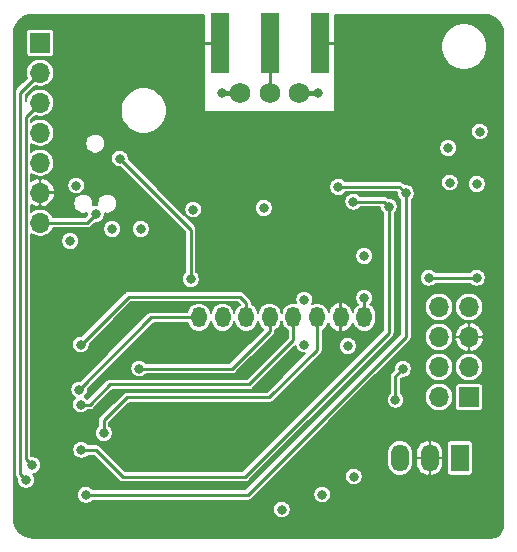
<source format=gbl>
G04 #@! TF.GenerationSoftware,KiCad,Pcbnew,(5.1.9-0-10_14)*
G04 #@! TF.CreationDate,2021-01-29T16:34:27+01:00*
G04 #@! TF.ProjectId,ithowifi_4l,6974686f-7769-4666-995f-346c2e6b6963,rev?*
G04 #@! TF.SameCoordinates,Original*
G04 #@! TF.FileFunction,Copper,L4,Bot*
G04 #@! TF.FilePolarity,Positive*
%FSLAX46Y46*%
G04 Gerber Fmt 4.6, Leading zero omitted, Abs format (unit mm)*
G04 Created by KiCad (PCBNEW (5.1.9-0-10_14)) date 2021-01-29 16:34:27*
%MOMM*%
%LPD*%
G01*
G04 APERTURE LIST*
G04 #@! TA.AperFunction,ComponentPad*
%ADD10C,1.500000*%
G04 #@! TD*
G04 #@! TA.AperFunction,ComponentPad*
%ADD11O,1.700000X1.700000*%
G04 #@! TD*
G04 #@! TA.AperFunction,ComponentPad*
%ADD12R,1.700000X1.700000*%
G04 #@! TD*
G04 #@! TA.AperFunction,SMDPad,CuDef*
%ADD13R,1.500000X5.080000*%
G04 #@! TD*
G04 #@! TA.AperFunction,SMDPad,CuDef*
%ADD14C,1.750000*%
G04 #@! TD*
G04 #@! TA.AperFunction,SMDPad,CuDef*
%ADD15O,1.300000X1.750000*%
G04 #@! TD*
G04 #@! TA.AperFunction,ComponentPad*
%ADD16O,1.500000X2.300000*%
G04 #@! TD*
G04 #@! TA.AperFunction,ComponentPad*
%ADD17R,1.500000X2.300000*%
G04 #@! TD*
G04 #@! TA.AperFunction,ViaPad*
%ADD18C,0.800000*%
G04 #@! TD*
G04 #@! TA.AperFunction,Conductor*
%ADD19C,0.406400*%
G04 #@! TD*
G04 #@! TA.AperFunction,Conductor*
%ADD20C,0.250000*%
G04 #@! TD*
G04 #@! TA.AperFunction,Conductor*
%ADD21C,0.254000*%
G04 #@! TD*
G04 #@! TA.AperFunction,Conductor*
%ADD22C,1.473200*%
G04 #@! TD*
G04 #@! TA.AperFunction,Conductor*
%ADD23C,0.293370*%
G04 #@! TD*
G04 #@! TA.AperFunction,Conductor*
%ADD24C,0.203200*%
G04 #@! TD*
G04 #@! TA.AperFunction,Conductor*
%ADD25C,0.100000*%
G04 #@! TD*
G04 APERTURE END LIST*
D10*
X105181400Y-109474000D03*
D11*
X85725000Y-123037600D03*
X85725000Y-120497600D03*
X85725000Y-117957600D03*
X85725000Y-115417600D03*
X85725000Y-112877600D03*
X85725000Y-110337600D03*
D12*
X85725000Y-107797600D03*
D13*
X100931400Y-107848400D03*
X109431400Y-107848400D03*
X105181400Y-107848400D03*
D14*
X107672000Y-112039000D03*
X105172000Y-112039000D03*
X102672000Y-112039000D03*
D15*
X99172000Y-131039000D03*
X101172000Y-131039000D03*
X103172000Y-131039000D03*
X105172000Y-131039000D03*
X107172000Y-131039000D03*
X109172000Y-131039000D03*
X111172000Y-131039000D03*
X113172000Y-131039000D03*
D16*
X116179600Y-142951200D03*
X118719600Y-142951200D03*
D17*
X121259600Y-142951200D03*
D12*
X122047000Y-137795000D03*
D11*
X119507000Y-137795000D03*
X122047000Y-135255000D03*
X119507000Y-135255000D03*
X122047000Y-132715000D03*
X119507000Y-132715000D03*
X122047000Y-130175000D03*
X119507000Y-130175000D03*
D18*
X95250000Y-139700000D03*
X98806000Y-139700000D03*
X97028000Y-139700000D03*
X98806000Y-142748000D03*
X97028000Y-142748000D03*
X95250000Y-142748000D03*
X95250000Y-141224000D03*
X98806000Y-141224000D03*
X97028000Y-141224000D03*
X99187000Y-105918000D03*
X99187000Y-107442000D03*
X99187000Y-109093000D03*
X101092000Y-112014000D03*
X109220000Y-112014000D03*
X108229400Y-143002000D03*
X104648000Y-120142000D03*
X107061000Y-137668000D03*
X101727000Y-132715000D03*
X89154000Y-148590000D03*
X106172000Y-148590000D03*
X99187000Y-110871000D03*
X99187000Y-112522000D03*
X99187000Y-114173000D03*
X111125000Y-105918000D03*
X111125000Y-107442000D03*
X111125000Y-109093000D03*
X111125000Y-110871000D03*
X111125000Y-114173000D03*
X111125000Y-112522000D03*
X105918000Y-114173000D03*
X109220000Y-114173000D03*
X102489000Y-114173000D03*
X104140000Y-114173000D03*
X100965000Y-114173000D03*
X107569000Y-114173000D03*
X92202000Y-118872000D03*
X122682000Y-127698500D03*
X118618000Y-127698500D03*
X115811300Y-138036300D03*
X116433600Y-135407400D03*
X112268000Y-144526000D03*
X108077000Y-129540000D03*
X108077000Y-133350000D03*
X109601000Y-146050000D03*
X106172000Y-147320000D03*
X113157000Y-129413000D03*
X120269000Y-116713000D03*
X122936000Y-115316000D03*
X122682000Y-119761000D03*
X120396000Y-119634000D03*
X98679000Y-121920000D03*
X94234000Y-123571000D03*
X91821000Y-123571000D03*
X104648000Y-121793000D03*
X88773000Y-119888000D03*
X111760000Y-133477000D03*
X88265000Y-124587000D03*
X113157000Y-125857000D03*
X89585800Y-146075400D03*
X116697000Y-120539000D03*
X110972600Y-120014982D03*
X89204800Y-142265400D03*
X115252500Y-121666000D03*
X115252500Y-121666000D03*
X112242600Y-121259600D03*
X90424000Y-122301000D03*
X85039200Y-143560804D03*
X84531209Y-144805391D03*
X91109798Y-140843000D03*
X94106998Y-135382000D03*
X89154000Y-138430000D03*
X89027000Y-137160002D03*
X89154000Y-133350000D03*
X92456000Y-117602000D03*
X98473494Y-127810500D03*
D19*
X110946800Y-131039000D02*
X110947200Y-131038600D01*
X101117000Y-112039000D02*
X101092000Y-112014000D01*
X102672000Y-112039000D02*
X101117000Y-112039000D01*
X109195000Y-112039000D02*
X109220000Y-112014000D01*
X107672000Y-112039000D02*
X109195000Y-112039000D01*
D20*
X99593400Y-107848400D02*
X99187000Y-107442000D01*
X100931400Y-107848400D02*
X99593400Y-107848400D01*
X109431400Y-107848400D02*
X109372400Y-107848400D01*
X110718600Y-107848400D02*
X111125000Y-107442000D01*
X109431400Y-107848400D02*
X110718600Y-107848400D01*
D21*
X122682000Y-127698500D02*
X118618000Y-127698500D01*
X115811300Y-136029700D02*
X116433600Y-135407400D01*
X115811300Y-138036300D02*
X115811300Y-136029700D01*
X113172000Y-129428000D02*
X113157000Y-129413000D01*
X113172000Y-131039000D02*
X113172000Y-129428000D01*
X116697000Y-132667500D02*
X103289100Y-146075400D01*
X103289100Y-146075400D02*
X89585800Y-146075400D01*
X116697000Y-120539000D02*
X116697000Y-132667500D01*
X110997982Y-119989600D02*
X110972600Y-120014982D01*
X116147600Y-119989600D02*
X110997982Y-119989600D01*
X116697000Y-120539000D02*
X116147600Y-119989600D01*
X90449400Y-142265400D02*
X89204800Y-142265400D01*
X92710000Y-144526000D02*
X90449400Y-142265400D01*
X103060500Y-144526000D02*
X92710000Y-144526000D01*
X115252500Y-132334000D02*
X103060500Y-144526000D01*
X115252500Y-121666000D02*
X115252500Y-132334000D01*
X114846100Y-121259600D02*
X115252500Y-121666000D01*
X112242600Y-121259600D02*
X114846100Y-121259600D01*
D22*
X105181400Y-112029600D02*
X105172000Y-112039000D01*
D23*
X105172000Y-107857800D02*
X105181400Y-107848400D01*
X105172000Y-112039000D02*
X105172000Y-107857800D01*
D21*
X89687400Y-123037600D02*
X90424000Y-122301000D01*
X85725000Y-123037600D02*
X89687400Y-123037600D01*
D20*
X85725000Y-112877600D02*
X84498611Y-114103989D01*
X84498611Y-114103989D02*
X84498611Y-143020215D01*
X84498611Y-143020215D02*
X85039200Y-143560804D01*
X84048600Y-112014000D02*
X84048600Y-144322782D01*
X85725000Y-110337600D02*
X84048600Y-112014000D01*
X84048600Y-144322782D02*
X84531209Y-144805391D01*
D21*
X109172000Y-133779000D02*
X109172000Y-131039000D01*
X93065600Y-137820400D02*
X105130600Y-137820400D01*
X105130600Y-137820400D02*
X109172000Y-133779000D01*
X91109798Y-139776202D02*
X93065600Y-137820400D01*
X91109798Y-140843000D02*
X91109798Y-139776202D01*
X101958000Y-135382000D02*
X94106998Y-135382000D01*
X105172000Y-131039000D02*
X105172000Y-132168000D01*
X105172000Y-132168000D02*
X101958000Y-135382000D01*
X107172000Y-132985000D02*
X107172000Y-131039000D01*
X103428800Y-136728200D02*
X107172000Y-132985000D01*
X103428800Y-136728200D02*
X91617800Y-136728200D01*
X89916000Y-138430000D02*
X89154000Y-138430000D01*
X91617800Y-136728200D02*
X89916000Y-138430000D01*
X99489000Y-131039000D02*
X99441000Y-131087000D01*
X99172000Y-131039000D02*
X95148002Y-131039000D01*
X95148002Y-131039000D02*
X89027000Y-137160002D01*
X93218000Y-129286000D02*
X89154000Y-133350000D01*
X102616000Y-129286000D02*
X93218000Y-129286000D01*
X103172000Y-129842000D02*
X102616000Y-129286000D01*
X103172000Y-131039000D02*
X103172000Y-129842000D01*
X98473494Y-123619494D02*
X98473494Y-127810500D01*
X92456000Y-117602000D02*
X98473494Y-123619494D01*
D24*
X99593400Y-113538000D02*
X99595352Y-113557821D01*
X99601134Y-113576881D01*
X99610523Y-113594446D01*
X99623158Y-113609842D01*
X99638554Y-113622477D01*
X99656119Y-113631866D01*
X99675179Y-113637648D01*
X99695000Y-113639600D01*
X110617000Y-113639600D01*
X110636821Y-113637648D01*
X110655881Y-113631866D01*
X110673446Y-113622477D01*
X110688842Y-113609842D01*
X110701477Y-113594446D01*
X110710866Y-113576881D01*
X110716648Y-113557821D01*
X110718600Y-113538000D01*
X110718600Y-107927390D01*
X119674400Y-107927390D01*
X119674400Y-108312610D01*
X119749553Y-108690427D01*
X119896970Y-109046324D01*
X120110987Y-109366622D01*
X120383378Y-109639013D01*
X120703676Y-109853030D01*
X121059573Y-110000447D01*
X121437390Y-110075600D01*
X121822610Y-110075600D01*
X122200427Y-110000447D01*
X122556324Y-109853030D01*
X122876622Y-109639013D01*
X123149013Y-109366622D01*
X123363030Y-109046324D01*
X123510447Y-108690427D01*
X123585600Y-108312610D01*
X123585600Y-107927390D01*
X123510447Y-107549573D01*
X123363030Y-107193676D01*
X123149013Y-106873378D01*
X122876622Y-106600987D01*
X122556324Y-106386970D01*
X122200427Y-106239553D01*
X121822610Y-106164400D01*
X121437390Y-106164400D01*
X121059573Y-106239553D01*
X120703676Y-106386970D01*
X120383378Y-106600987D01*
X120110987Y-106873378D01*
X119896970Y-107193676D01*
X119749553Y-107549573D01*
X119674400Y-107927390D01*
X110718600Y-107927390D01*
X110718600Y-105444600D01*
X123296669Y-105444600D01*
X123630576Y-105477340D01*
X123932201Y-105568405D01*
X124210401Y-105716327D01*
X124454565Y-105915462D01*
X124655403Y-106158235D01*
X124805262Y-106435392D01*
X124898434Y-106736383D01*
X124933400Y-107069066D01*
X124933401Y-148696668D01*
X124912755Y-148907233D01*
X124857507Y-149090223D01*
X124767771Y-149258993D01*
X124646958Y-149407124D01*
X124499676Y-149528965D01*
X124331535Y-149619880D01*
X124148933Y-149676404D01*
X123939652Y-149698400D01*
X85110322Y-149698400D01*
X84776424Y-149665660D01*
X84474797Y-149574594D01*
X84196601Y-149426674D01*
X83952435Y-149227538D01*
X83751597Y-148984765D01*
X83601738Y-148707607D01*
X83508566Y-148406619D01*
X83473600Y-148073934D01*
X83473600Y-147245580D01*
X105416400Y-147245580D01*
X105416400Y-147394420D01*
X105445437Y-147540400D01*
X105502396Y-147677911D01*
X105585087Y-147801667D01*
X105690333Y-147906913D01*
X105814089Y-147989604D01*
X105951600Y-148046563D01*
X106097580Y-148075600D01*
X106246420Y-148075600D01*
X106392400Y-148046563D01*
X106529911Y-147989604D01*
X106653667Y-147906913D01*
X106758913Y-147801667D01*
X106841604Y-147677911D01*
X106898563Y-147540400D01*
X106927600Y-147394420D01*
X106927600Y-147245580D01*
X106898563Y-147099600D01*
X106841604Y-146962089D01*
X106758913Y-146838333D01*
X106653667Y-146733087D01*
X106529911Y-146650396D01*
X106392400Y-146593437D01*
X106246420Y-146564400D01*
X106097580Y-146564400D01*
X105951600Y-146593437D01*
X105814089Y-146650396D01*
X105690333Y-146733087D01*
X105585087Y-146838333D01*
X105502396Y-146962089D01*
X105445437Y-147099600D01*
X105416400Y-147245580D01*
X83473600Y-147245580D01*
X83473600Y-146000980D01*
X88830200Y-146000980D01*
X88830200Y-146149820D01*
X88859237Y-146295800D01*
X88916196Y-146433311D01*
X88998887Y-146557067D01*
X89104133Y-146662313D01*
X89227889Y-146745004D01*
X89365400Y-146801963D01*
X89511380Y-146831000D01*
X89660220Y-146831000D01*
X89806200Y-146801963D01*
X89943711Y-146745004D01*
X90067467Y-146662313D01*
X90171780Y-146558000D01*
X103265395Y-146558000D01*
X103289100Y-146560335D01*
X103312805Y-146558000D01*
X103312807Y-146558000D01*
X103383706Y-146551017D01*
X103474677Y-146523422D01*
X103558515Y-146478609D01*
X103632001Y-146418301D01*
X103647117Y-146399882D01*
X104071419Y-145975580D01*
X108845400Y-145975580D01*
X108845400Y-146124420D01*
X108874437Y-146270400D01*
X108931396Y-146407911D01*
X109014087Y-146531667D01*
X109119333Y-146636913D01*
X109243089Y-146719604D01*
X109380600Y-146776563D01*
X109526580Y-146805600D01*
X109675420Y-146805600D01*
X109821400Y-146776563D01*
X109958911Y-146719604D01*
X110082667Y-146636913D01*
X110187913Y-146531667D01*
X110270604Y-146407911D01*
X110327563Y-146270400D01*
X110356600Y-146124420D01*
X110356600Y-145975580D01*
X110327563Y-145829600D01*
X110270604Y-145692089D01*
X110187913Y-145568333D01*
X110082667Y-145463087D01*
X109958911Y-145380396D01*
X109821400Y-145323437D01*
X109675420Y-145294400D01*
X109526580Y-145294400D01*
X109380600Y-145323437D01*
X109243089Y-145380396D01*
X109119333Y-145463087D01*
X109014087Y-145568333D01*
X108931396Y-145692089D01*
X108874437Y-145829600D01*
X108845400Y-145975580D01*
X104071419Y-145975580D01*
X105595419Y-144451580D01*
X111512400Y-144451580D01*
X111512400Y-144600420D01*
X111541437Y-144746400D01*
X111598396Y-144883911D01*
X111681087Y-145007667D01*
X111786333Y-145112913D01*
X111910089Y-145195604D01*
X112047600Y-145252563D01*
X112193580Y-145281600D01*
X112342420Y-145281600D01*
X112488400Y-145252563D01*
X112625911Y-145195604D01*
X112749667Y-145112913D01*
X112854913Y-145007667D01*
X112937604Y-144883911D01*
X112994563Y-144746400D01*
X113023600Y-144600420D01*
X113023600Y-144451580D01*
X112994563Y-144305600D01*
X112937604Y-144168089D01*
X112854913Y-144044333D01*
X112749667Y-143939087D01*
X112625911Y-143856396D01*
X112488400Y-143799437D01*
X112342420Y-143770400D01*
X112193580Y-143770400D01*
X112047600Y-143799437D01*
X111910089Y-143856396D01*
X111786333Y-143939087D01*
X111681087Y-144044333D01*
X111598396Y-144168089D01*
X111541437Y-144305600D01*
X111512400Y-144451580D01*
X105595419Y-144451580D01*
X107550107Y-142496892D01*
X115074000Y-142496892D01*
X115074000Y-143405507D01*
X115089998Y-143567934D01*
X115153217Y-143776341D01*
X115255880Y-143968410D01*
X115394040Y-144136760D01*
X115562390Y-144274920D01*
X115754458Y-144377583D01*
X115962865Y-144440802D01*
X116179600Y-144462149D01*
X116396334Y-144440802D01*
X116604741Y-144377583D01*
X116796810Y-144274920D01*
X116965160Y-144136760D01*
X117103320Y-143968410D01*
X117205983Y-143776342D01*
X117269202Y-143567935D01*
X117285200Y-143405508D01*
X117285200Y-142976600D01*
X117563200Y-142976600D01*
X117563200Y-143376600D01*
X117590375Y-143601714D01*
X117660946Y-143817201D01*
X117772200Y-144014780D01*
X117919862Y-144186858D01*
X118098258Y-144326822D01*
X118300531Y-144429294D01*
X118513656Y-144489114D01*
X118694200Y-144405694D01*
X118694200Y-142976600D01*
X118745000Y-142976600D01*
X118745000Y-144405694D01*
X118925544Y-144489114D01*
X119138669Y-144429294D01*
X119340942Y-144326822D01*
X119519338Y-144186858D01*
X119667000Y-144014780D01*
X119778254Y-143817201D01*
X119848825Y-143601714D01*
X119876000Y-143376600D01*
X119876000Y-142976600D01*
X118745000Y-142976600D01*
X118694200Y-142976600D01*
X117563200Y-142976600D01*
X117285200Y-142976600D01*
X117285200Y-142525800D01*
X117563200Y-142525800D01*
X117563200Y-142925800D01*
X118694200Y-142925800D01*
X118694200Y-141496706D01*
X118745000Y-141496706D01*
X118745000Y-142925800D01*
X119876000Y-142925800D01*
X119876000Y-142525800D01*
X119848825Y-142300686D01*
X119778254Y-142085199D01*
X119667000Y-141887620D01*
X119592843Y-141801200D01*
X120152280Y-141801200D01*
X120152280Y-144101200D01*
X120159146Y-144170910D01*
X120179479Y-144237940D01*
X120212499Y-144299716D01*
X120256937Y-144353863D01*
X120311084Y-144398301D01*
X120372860Y-144431321D01*
X120439890Y-144451654D01*
X120509600Y-144458520D01*
X122009600Y-144458520D01*
X122079310Y-144451654D01*
X122146340Y-144431321D01*
X122208116Y-144398301D01*
X122262263Y-144353863D01*
X122306701Y-144299716D01*
X122339721Y-144237940D01*
X122360054Y-144170910D01*
X122366920Y-144101200D01*
X122366920Y-141801200D01*
X122360054Y-141731490D01*
X122339721Y-141664460D01*
X122306701Y-141602684D01*
X122262263Y-141548537D01*
X122208116Y-141504099D01*
X122146340Y-141471079D01*
X122079310Y-141450746D01*
X122009600Y-141443880D01*
X120509600Y-141443880D01*
X120439890Y-141450746D01*
X120372860Y-141471079D01*
X120311084Y-141504099D01*
X120256937Y-141548537D01*
X120212499Y-141602684D01*
X120179479Y-141664460D01*
X120159146Y-141731490D01*
X120152280Y-141801200D01*
X119592843Y-141801200D01*
X119519338Y-141715542D01*
X119340942Y-141575578D01*
X119138669Y-141473106D01*
X118925544Y-141413286D01*
X118745000Y-141496706D01*
X118694200Y-141496706D01*
X118513656Y-141413286D01*
X118300531Y-141473106D01*
X118098258Y-141575578D01*
X117919862Y-141715542D01*
X117772200Y-141887620D01*
X117660946Y-142085199D01*
X117590375Y-142300686D01*
X117563200Y-142525800D01*
X117285200Y-142525800D01*
X117285200Y-142496893D01*
X117269202Y-142334466D01*
X117205983Y-142126058D01*
X117103320Y-141933990D01*
X116965160Y-141765640D01*
X116796810Y-141627480D01*
X116604742Y-141524817D01*
X116396335Y-141461598D01*
X116179600Y-141440251D01*
X115962866Y-141461598D01*
X115754459Y-141524817D01*
X115562391Y-141627480D01*
X115394041Y-141765640D01*
X115255881Y-141933990D01*
X115153218Y-142126058D01*
X115089998Y-142334465D01*
X115074000Y-142496892D01*
X107550107Y-142496892D01*
X112085119Y-137961880D01*
X115055700Y-137961880D01*
X115055700Y-138110720D01*
X115084737Y-138256700D01*
X115141696Y-138394211D01*
X115224387Y-138517967D01*
X115329633Y-138623213D01*
X115453389Y-138705904D01*
X115590900Y-138762863D01*
X115736880Y-138791900D01*
X115885720Y-138791900D01*
X116031700Y-138762863D01*
X116169211Y-138705904D01*
X116292967Y-138623213D01*
X116398213Y-138517967D01*
X116480904Y-138394211D01*
X116537863Y-138256700D01*
X116566900Y-138110720D01*
X116566900Y-137961880D01*
X116537863Y-137815900D01*
X116480904Y-137678389D01*
X116479481Y-137676259D01*
X118301400Y-137676259D01*
X118301400Y-137913741D01*
X118347731Y-138146660D01*
X118438611Y-138366066D01*
X118570550Y-138563525D01*
X118738475Y-138731450D01*
X118935934Y-138863389D01*
X119155340Y-138954269D01*
X119388259Y-139000600D01*
X119625741Y-139000600D01*
X119858660Y-138954269D01*
X120078066Y-138863389D01*
X120275525Y-138731450D01*
X120443450Y-138563525D01*
X120575389Y-138366066D01*
X120666269Y-138146660D01*
X120712600Y-137913741D01*
X120712600Y-137676259D01*
X120666269Y-137443340D01*
X120575389Y-137223934D01*
X120443450Y-137026475D01*
X120361975Y-136945000D01*
X120839680Y-136945000D01*
X120839680Y-138645000D01*
X120846546Y-138714710D01*
X120866879Y-138781740D01*
X120899899Y-138843516D01*
X120944337Y-138897663D01*
X120998484Y-138942101D01*
X121060260Y-138975121D01*
X121127290Y-138995454D01*
X121197000Y-139002320D01*
X122897000Y-139002320D01*
X122966710Y-138995454D01*
X123033740Y-138975121D01*
X123095516Y-138942101D01*
X123149663Y-138897663D01*
X123194101Y-138843516D01*
X123227121Y-138781740D01*
X123247454Y-138714710D01*
X123254320Y-138645000D01*
X123254320Y-136945000D01*
X123247454Y-136875290D01*
X123227121Y-136808260D01*
X123194101Y-136746484D01*
X123149663Y-136692337D01*
X123095516Y-136647899D01*
X123033740Y-136614879D01*
X122966710Y-136594546D01*
X122897000Y-136587680D01*
X121197000Y-136587680D01*
X121127290Y-136594546D01*
X121060260Y-136614879D01*
X120998484Y-136647899D01*
X120944337Y-136692337D01*
X120899899Y-136746484D01*
X120866879Y-136808260D01*
X120846546Y-136875290D01*
X120839680Y-136945000D01*
X120361975Y-136945000D01*
X120275525Y-136858550D01*
X120078066Y-136726611D01*
X119858660Y-136635731D01*
X119625741Y-136589400D01*
X119388259Y-136589400D01*
X119155340Y-136635731D01*
X118935934Y-136726611D01*
X118738475Y-136858550D01*
X118570550Y-137026475D01*
X118438611Y-137223934D01*
X118347731Y-137443340D01*
X118301400Y-137676259D01*
X116479481Y-137676259D01*
X116398213Y-137554633D01*
X116293900Y-137450320D01*
X116293900Y-136229599D01*
X116360499Y-136163000D01*
X116508020Y-136163000D01*
X116654000Y-136133963D01*
X116791511Y-136077004D01*
X116915267Y-135994313D01*
X117020513Y-135889067D01*
X117103204Y-135765311D01*
X117160163Y-135627800D01*
X117189200Y-135481820D01*
X117189200Y-135332980D01*
X117160163Y-135187000D01*
X117139146Y-135136259D01*
X118301400Y-135136259D01*
X118301400Y-135373741D01*
X118347731Y-135606660D01*
X118438611Y-135826066D01*
X118570550Y-136023525D01*
X118738475Y-136191450D01*
X118935934Y-136323389D01*
X119155340Y-136414269D01*
X119388259Y-136460600D01*
X119625741Y-136460600D01*
X119858660Y-136414269D01*
X120078066Y-136323389D01*
X120275525Y-136191450D01*
X120443450Y-136023525D01*
X120575389Y-135826066D01*
X120666269Y-135606660D01*
X120712600Y-135373741D01*
X120712600Y-135136259D01*
X120841400Y-135136259D01*
X120841400Y-135373741D01*
X120887731Y-135606660D01*
X120978611Y-135826066D01*
X121110550Y-136023525D01*
X121278475Y-136191450D01*
X121475934Y-136323389D01*
X121695340Y-136414269D01*
X121928259Y-136460600D01*
X122165741Y-136460600D01*
X122398660Y-136414269D01*
X122618066Y-136323389D01*
X122815525Y-136191450D01*
X122983450Y-136023525D01*
X123115389Y-135826066D01*
X123206269Y-135606660D01*
X123252600Y-135373741D01*
X123252600Y-135136259D01*
X123206269Y-134903340D01*
X123115389Y-134683934D01*
X122983450Y-134486475D01*
X122815525Y-134318550D01*
X122618066Y-134186611D01*
X122398660Y-134095731D01*
X122165741Y-134049400D01*
X121928259Y-134049400D01*
X121695340Y-134095731D01*
X121475934Y-134186611D01*
X121278475Y-134318550D01*
X121110550Y-134486475D01*
X120978611Y-134683934D01*
X120887731Y-134903340D01*
X120841400Y-135136259D01*
X120712600Y-135136259D01*
X120666269Y-134903340D01*
X120575389Y-134683934D01*
X120443450Y-134486475D01*
X120275525Y-134318550D01*
X120078066Y-134186611D01*
X119858660Y-134095731D01*
X119625741Y-134049400D01*
X119388259Y-134049400D01*
X119155340Y-134095731D01*
X118935934Y-134186611D01*
X118738475Y-134318550D01*
X118570550Y-134486475D01*
X118438611Y-134683934D01*
X118347731Y-134903340D01*
X118301400Y-135136259D01*
X117139146Y-135136259D01*
X117103204Y-135049489D01*
X117020513Y-134925733D01*
X116915267Y-134820487D01*
X116791511Y-134737796D01*
X116654000Y-134680837D01*
X116508020Y-134651800D01*
X116359180Y-134651800D01*
X116213200Y-134680837D01*
X116075689Y-134737796D01*
X115951933Y-134820487D01*
X115846687Y-134925733D01*
X115763996Y-135049489D01*
X115707037Y-135187000D01*
X115678000Y-135332980D01*
X115678000Y-135480501D01*
X115486813Y-135671688D01*
X115468400Y-135686799D01*
X115453289Y-135705212D01*
X115453287Y-135705214D01*
X115408092Y-135760285D01*
X115363278Y-135844124D01*
X115335684Y-135935094D01*
X115326365Y-136029700D01*
X115328701Y-136053415D01*
X115328700Y-137450320D01*
X115224387Y-137554633D01*
X115141696Y-137678389D01*
X115084737Y-137815900D01*
X115055700Y-137961880D01*
X112085119Y-137961880D01*
X117021488Y-133025512D01*
X117039901Y-133010401D01*
X117100209Y-132936915D01*
X117145022Y-132853077D01*
X117172617Y-132762106D01*
X117179600Y-132691207D01*
X117179600Y-132691206D01*
X117181935Y-132667501D01*
X117179600Y-132643796D01*
X117179600Y-132596259D01*
X118301400Y-132596259D01*
X118301400Y-132833741D01*
X118347731Y-133066660D01*
X118438611Y-133286066D01*
X118570550Y-133483525D01*
X118738475Y-133651450D01*
X118935934Y-133783389D01*
X119155340Y-133874269D01*
X119388259Y-133920600D01*
X119625741Y-133920600D01*
X119858660Y-133874269D01*
X120078066Y-133783389D01*
X120275525Y-133651450D01*
X120443450Y-133483525D01*
X120575389Y-133286066D01*
X120666269Y-133066660D01*
X120692141Y-132936591D01*
X120810296Y-132936591D01*
X120819634Y-132983544D01*
X120895608Y-133217831D01*
X121015829Y-133432795D01*
X121175677Y-133620174D01*
X121369010Y-133772768D01*
X121588398Y-133884712D01*
X121825409Y-133951705D01*
X122021600Y-133869544D01*
X122021600Y-132740400D01*
X122072400Y-132740400D01*
X122072400Y-133869544D01*
X122268591Y-133951705D01*
X122505602Y-133884712D01*
X122724990Y-133772768D01*
X122918323Y-133620174D01*
X123078171Y-133432795D01*
X123198392Y-133217831D01*
X123274366Y-132983544D01*
X123283704Y-132936591D01*
X123201521Y-132740400D01*
X122072400Y-132740400D01*
X122021600Y-132740400D01*
X120892479Y-132740400D01*
X120810296Y-132936591D01*
X120692141Y-132936591D01*
X120712600Y-132833741D01*
X120712600Y-132596259D01*
X120692142Y-132493409D01*
X120810296Y-132493409D01*
X120892479Y-132689600D01*
X122021600Y-132689600D01*
X122021600Y-131560456D01*
X122072400Y-131560456D01*
X122072400Y-132689600D01*
X123201521Y-132689600D01*
X123283704Y-132493409D01*
X123274366Y-132446456D01*
X123198392Y-132212169D01*
X123078171Y-131997205D01*
X122918323Y-131809826D01*
X122724990Y-131657232D01*
X122505602Y-131545288D01*
X122268591Y-131478295D01*
X122072400Y-131560456D01*
X122021600Y-131560456D01*
X121825409Y-131478295D01*
X121588398Y-131545288D01*
X121369010Y-131657232D01*
X121175677Y-131809826D01*
X121015829Y-131997205D01*
X120895608Y-132212169D01*
X120819634Y-132446456D01*
X120810296Y-132493409D01*
X120692142Y-132493409D01*
X120666269Y-132363340D01*
X120575389Y-132143934D01*
X120443450Y-131946475D01*
X120275525Y-131778550D01*
X120078066Y-131646611D01*
X119858660Y-131555731D01*
X119625741Y-131509400D01*
X119388259Y-131509400D01*
X119155340Y-131555731D01*
X118935934Y-131646611D01*
X118738475Y-131778550D01*
X118570550Y-131946475D01*
X118438611Y-132143934D01*
X118347731Y-132363340D01*
X118301400Y-132596259D01*
X117179600Y-132596259D01*
X117179600Y-130056259D01*
X118301400Y-130056259D01*
X118301400Y-130293741D01*
X118347731Y-130526660D01*
X118438611Y-130746066D01*
X118570550Y-130943525D01*
X118738475Y-131111450D01*
X118935934Y-131243389D01*
X119155340Y-131334269D01*
X119388259Y-131380600D01*
X119625741Y-131380600D01*
X119858660Y-131334269D01*
X120078066Y-131243389D01*
X120275525Y-131111450D01*
X120443450Y-130943525D01*
X120575389Y-130746066D01*
X120666269Y-130526660D01*
X120712600Y-130293741D01*
X120712600Y-130056259D01*
X120841400Y-130056259D01*
X120841400Y-130293741D01*
X120887731Y-130526660D01*
X120978611Y-130746066D01*
X121110550Y-130943525D01*
X121278475Y-131111450D01*
X121475934Y-131243389D01*
X121695340Y-131334269D01*
X121928259Y-131380600D01*
X122165741Y-131380600D01*
X122398660Y-131334269D01*
X122618066Y-131243389D01*
X122815525Y-131111450D01*
X122983450Y-130943525D01*
X123115389Y-130746066D01*
X123206269Y-130526660D01*
X123252600Y-130293741D01*
X123252600Y-130056259D01*
X123206269Y-129823340D01*
X123115389Y-129603934D01*
X122983450Y-129406475D01*
X122815525Y-129238550D01*
X122618066Y-129106611D01*
X122398660Y-129015731D01*
X122165741Y-128969400D01*
X121928259Y-128969400D01*
X121695340Y-129015731D01*
X121475934Y-129106611D01*
X121278475Y-129238550D01*
X121110550Y-129406475D01*
X120978611Y-129603934D01*
X120887731Y-129823340D01*
X120841400Y-130056259D01*
X120712600Y-130056259D01*
X120666269Y-129823340D01*
X120575389Y-129603934D01*
X120443450Y-129406475D01*
X120275525Y-129238550D01*
X120078066Y-129106611D01*
X119858660Y-129015731D01*
X119625741Y-128969400D01*
X119388259Y-128969400D01*
X119155340Y-129015731D01*
X118935934Y-129106611D01*
X118738475Y-129238550D01*
X118570550Y-129406475D01*
X118438611Y-129603934D01*
X118347731Y-129823340D01*
X118301400Y-130056259D01*
X117179600Y-130056259D01*
X117179600Y-127624080D01*
X117862400Y-127624080D01*
X117862400Y-127772920D01*
X117891437Y-127918900D01*
X117948396Y-128056411D01*
X118031087Y-128180167D01*
X118136333Y-128285413D01*
X118260089Y-128368104D01*
X118397600Y-128425063D01*
X118543580Y-128454100D01*
X118692420Y-128454100D01*
X118838400Y-128425063D01*
X118975911Y-128368104D01*
X119099667Y-128285413D01*
X119203980Y-128181100D01*
X122096020Y-128181100D01*
X122200333Y-128285413D01*
X122324089Y-128368104D01*
X122461600Y-128425063D01*
X122607580Y-128454100D01*
X122756420Y-128454100D01*
X122902400Y-128425063D01*
X123039911Y-128368104D01*
X123163667Y-128285413D01*
X123268913Y-128180167D01*
X123351604Y-128056411D01*
X123408563Y-127918900D01*
X123437600Y-127772920D01*
X123437600Y-127624080D01*
X123408563Y-127478100D01*
X123351604Y-127340589D01*
X123268913Y-127216833D01*
X123163667Y-127111587D01*
X123039911Y-127028896D01*
X122902400Y-126971937D01*
X122756420Y-126942900D01*
X122607580Y-126942900D01*
X122461600Y-126971937D01*
X122324089Y-127028896D01*
X122200333Y-127111587D01*
X122096020Y-127215900D01*
X119203980Y-127215900D01*
X119099667Y-127111587D01*
X118975911Y-127028896D01*
X118838400Y-126971937D01*
X118692420Y-126942900D01*
X118543580Y-126942900D01*
X118397600Y-126971937D01*
X118260089Y-127028896D01*
X118136333Y-127111587D01*
X118031087Y-127216833D01*
X117948396Y-127340589D01*
X117891437Y-127478100D01*
X117862400Y-127624080D01*
X117179600Y-127624080D01*
X117179600Y-121124980D01*
X117283913Y-121020667D01*
X117366604Y-120896911D01*
X117423563Y-120759400D01*
X117452600Y-120613420D01*
X117452600Y-120464580D01*
X117423563Y-120318600D01*
X117366604Y-120181089D01*
X117283913Y-120057333D01*
X117178667Y-119952087D01*
X117054911Y-119869396D01*
X116917400Y-119812437D01*
X116771420Y-119783400D01*
X116623899Y-119783400D01*
X116505617Y-119665118D01*
X116490501Y-119646699D01*
X116417015Y-119586391D01*
X116366856Y-119559580D01*
X119640400Y-119559580D01*
X119640400Y-119708420D01*
X119669437Y-119854400D01*
X119726396Y-119991911D01*
X119809087Y-120115667D01*
X119914333Y-120220913D01*
X120038089Y-120303604D01*
X120175600Y-120360563D01*
X120321580Y-120389600D01*
X120470420Y-120389600D01*
X120616400Y-120360563D01*
X120753911Y-120303604D01*
X120877667Y-120220913D01*
X120982913Y-120115667D01*
X121065604Y-119991911D01*
X121122563Y-119854400D01*
X121151600Y-119708420D01*
X121151600Y-119686580D01*
X121926400Y-119686580D01*
X121926400Y-119835420D01*
X121955437Y-119981400D01*
X122012396Y-120118911D01*
X122095087Y-120242667D01*
X122200333Y-120347913D01*
X122324089Y-120430604D01*
X122461600Y-120487563D01*
X122607580Y-120516600D01*
X122756420Y-120516600D01*
X122902400Y-120487563D01*
X123039911Y-120430604D01*
X123163667Y-120347913D01*
X123268913Y-120242667D01*
X123351604Y-120118911D01*
X123408563Y-119981400D01*
X123437600Y-119835420D01*
X123437600Y-119686580D01*
X123408563Y-119540600D01*
X123351604Y-119403089D01*
X123268913Y-119279333D01*
X123163667Y-119174087D01*
X123039911Y-119091396D01*
X122902400Y-119034437D01*
X122756420Y-119005400D01*
X122607580Y-119005400D01*
X122461600Y-119034437D01*
X122324089Y-119091396D01*
X122200333Y-119174087D01*
X122095087Y-119279333D01*
X122012396Y-119403089D01*
X121955437Y-119540600D01*
X121926400Y-119686580D01*
X121151600Y-119686580D01*
X121151600Y-119559580D01*
X121122563Y-119413600D01*
X121065604Y-119276089D01*
X120982913Y-119152333D01*
X120877667Y-119047087D01*
X120753911Y-118964396D01*
X120616400Y-118907437D01*
X120470420Y-118878400D01*
X120321580Y-118878400D01*
X120175600Y-118907437D01*
X120038089Y-118964396D01*
X119914333Y-119047087D01*
X119809087Y-119152333D01*
X119726396Y-119276089D01*
X119669437Y-119413600D01*
X119640400Y-119559580D01*
X116366856Y-119559580D01*
X116333177Y-119541578D01*
X116242206Y-119513983D01*
X116171307Y-119507000D01*
X116171305Y-119507000D01*
X116147600Y-119504665D01*
X116123895Y-119507000D01*
X111533198Y-119507000D01*
X111454267Y-119428069D01*
X111330511Y-119345378D01*
X111193000Y-119288419D01*
X111047020Y-119259382D01*
X110898180Y-119259382D01*
X110752200Y-119288419D01*
X110614689Y-119345378D01*
X110490933Y-119428069D01*
X110385687Y-119533315D01*
X110302996Y-119657071D01*
X110246037Y-119794582D01*
X110217000Y-119940562D01*
X110217000Y-120089402D01*
X110246037Y-120235382D01*
X110302996Y-120372893D01*
X110385687Y-120496649D01*
X110490933Y-120601895D01*
X110614689Y-120684586D01*
X110752200Y-120741545D01*
X110898180Y-120770582D01*
X111047020Y-120770582D01*
X111193000Y-120741545D01*
X111330511Y-120684586D01*
X111454267Y-120601895D01*
X111559513Y-120496649D01*
X111575849Y-120472200D01*
X115941400Y-120472200D01*
X115941400Y-120613420D01*
X115970437Y-120759400D01*
X116027396Y-120896911D01*
X116110087Y-121020667D01*
X116214400Y-121124980D01*
X116214401Y-132467599D01*
X103089201Y-145592800D01*
X90171780Y-145592800D01*
X90067467Y-145488487D01*
X89943711Y-145405796D01*
X89806200Y-145348837D01*
X89660220Y-145319800D01*
X89511380Y-145319800D01*
X89365400Y-145348837D01*
X89227889Y-145405796D01*
X89104133Y-145488487D01*
X88998887Y-145593733D01*
X88916196Y-145717489D01*
X88859237Y-145855000D01*
X88830200Y-146000980D01*
X83473600Y-146000980D01*
X83473600Y-112014000D01*
X83565675Y-112014000D01*
X83568000Y-112037604D01*
X83568001Y-144299168D01*
X83565675Y-144322782D01*
X83571073Y-144377583D01*
X83574955Y-144416996D01*
X83584202Y-144447480D01*
X83602436Y-144507590D01*
X83647063Y-144591080D01*
X83647064Y-144591081D01*
X83707121Y-144664262D01*
X83725460Y-144679313D01*
X83775859Y-144729712D01*
X83775609Y-144730971D01*
X83775609Y-144879811D01*
X83804646Y-145025791D01*
X83861605Y-145163302D01*
X83944296Y-145287058D01*
X84049542Y-145392304D01*
X84173298Y-145474995D01*
X84310809Y-145531954D01*
X84456789Y-145560991D01*
X84605629Y-145560991D01*
X84751609Y-145531954D01*
X84889120Y-145474995D01*
X85012876Y-145392304D01*
X85118122Y-145287058D01*
X85200813Y-145163302D01*
X85257772Y-145025791D01*
X85286809Y-144879811D01*
X85286809Y-144730971D01*
X85257772Y-144584991D01*
X85200813Y-144447480D01*
X85118122Y-144323724D01*
X85110802Y-144316404D01*
X85113620Y-144316404D01*
X85259600Y-144287367D01*
X85397111Y-144230408D01*
X85520867Y-144147717D01*
X85626113Y-144042471D01*
X85708804Y-143918715D01*
X85765763Y-143781204D01*
X85794800Y-143635224D01*
X85794800Y-143486384D01*
X85765763Y-143340404D01*
X85708804Y-143202893D01*
X85626113Y-143079137D01*
X85520867Y-142973891D01*
X85397111Y-142891200D01*
X85259600Y-142834241D01*
X85113620Y-142805204D01*
X84979211Y-142805204D01*
X84979211Y-142190980D01*
X88449200Y-142190980D01*
X88449200Y-142339820D01*
X88478237Y-142485800D01*
X88535196Y-142623311D01*
X88617887Y-142747067D01*
X88723133Y-142852313D01*
X88846889Y-142935004D01*
X88984400Y-142991963D01*
X89130380Y-143021000D01*
X89279220Y-143021000D01*
X89425200Y-142991963D01*
X89562711Y-142935004D01*
X89686467Y-142852313D01*
X89790780Y-142748000D01*
X90249501Y-142748000D01*
X92351983Y-144850482D01*
X92367099Y-144868901D01*
X92440585Y-144929209D01*
X92524423Y-144974022D01*
X92615394Y-145001617D01*
X92686293Y-145008600D01*
X92686294Y-145008600D01*
X92709999Y-145010935D01*
X92733704Y-145008600D01*
X103036795Y-145008600D01*
X103060500Y-145010935D01*
X103084205Y-145008600D01*
X103084207Y-145008600D01*
X103155106Y-145001617D01*
X103246077Y-144974022D01*
X103329915Y-144929209D01*
X103403401Y-144868901D01*
X103418517Y-144850482D01*
X115576988Y-132692012D01*
X115595401Y-132676901D01*
X115655709Y-132603415D01*
X115700522Y-132519577D01*
X115708460Y-132493409D01*
X115728117Y-132428607D01*
X115737435Y-132334000D01*
X115735100Y-132310293D01*
X115735100Y-122251980D01*
X115839413Y-122147667D01*
X115922104Y-122023911D01*
X115979063Y-121886400D01*
X116008100Y-121740420D01*
X116008100Y-121591580D01*
X115979063Y-121445600D01*
X115922104Y-121308089D01*
X115839413Y-121184333D01*
X115734167Y-121079087D01*
X115610411Y-120996396D01*
X115472900Y-120939437D01*
X115326920Y-120910400D01*
X115181326Y-120910400D01*
X115115515Y-120856391D01*
X115031677Y-120811578D01*
X114940706Y-120783983D01*
X114869807Y-120777000D01*
X114869805Y-120777000D01*
X114846100Y-120774665D01*
X114822395Y-120777000D01*
X112828580Y-120777000D01*
X112724267Y-120672687D01*
X112600511Y-120589996D01*
X112463000Y-120533037D01*
X112317020Y-120504000D01*
X112168180Y-120504000D01*
X112022200Y-120533037D01*
X111884689Y-120589996D01*
X111760933Y-120672687D01*
X111655687Y-120777933D01*
X111572996Y-120901689D01*
X111516037Y-121039200D01*
X111487000Y-121185180D01*
X111487000Y-121334020D01*
X111516037Y-121480000D01*
X111572996Y-121617511D01*
X111655687Y-121741267D01*
X111760933Y-121846513D01*
X111884689Y-121929204D01*
X112022200Y-121986163D01*
X112168180Y-122015200D01*
X112317020Y-122015200D01*
X112463000Y-121986163D01*
X112600511Y-121929204D01*
X112724267Y-121846513D01*
X112828580Y-121742200D01*
X114497254Y-121742200D01*
X114525937Y-121886400D01*
X114582896Y-122023911D01*
X114665587Y-122147667D01*
X114769900Y-122251980D01*
X114769901Y-132134099D01*
X102860601Y-144043400D01*
X92909899Y-144043400D01*
X90807417Y-141940918D01*
X90792301Y-141922499D01*
X90718815Y-141862191D01*
X90634977Y-141817378D01*
X90544006Y-141789783D01*
X90473107Y-141782800D01*
X90473105Y-141782800D01*
X90449400Y-141780465D01*
X90425695Y-141782800D01*
X89790780Y-141782800D01*
X89686467Y-141678487D01*
X89562711Y-141595796D01*
X89425200Y-141538837D01*
X89279220Y-141509800D01*
X89130380Y-141509800D01*
X88984400Y-141538837D01*
X88846889Y-141595796D01*
X88723133Y-141678487D01*
X88617887Y-141783733D01*
X88535196Y-141907489D01*
X88478237Y-142045000D01*
X88449200Y-142190980D01*
X84979211Y-142190980D01*
X84979211Y-137085582D01*
X88271400Y-137085582D01*
X88271400Y-137234422D01*
X88300437Y-137380402D01*
X88357396Y-137517913D01*
X88440087Y-137641669D01*
X88545333Y-137746915D01*
X88669089Y-137829606D01*
X88683546Y-137835594D01*
X88672333Y-137843087D01*
X88567087Y-137948333D01*
X88484396Y-138072089D01*
X88427437Y-138209600D01*
X88398400Y-138355580D01*
X88398400Y-138504420D01*
X88427437Y-138650400D01*
X88484396Y-138787911D01*
X88567087Y-138911667D01*
X88672333Y-139016913D01*
X88796089Y-139099604D01*
X88933600Y-139156563D01*
X89079580Y-139185600D01*
X89228420Y-139185600D01*
X89374400Y-139156563D01*
X89511911Y-139099604D01*
X89635667Y-139016913D01*
X89739980Y-138912600D01*
X89892295Y-138912600D01*
X89916000Y-138914935D01*
X89939705Y-138912600D01*
X89939707Y-138912600D01*
X90010606Y-138905617D01*
X90101577Y-138878022D01*
X90185415Y-138833209D01*
X90258901Y-138772901D01*
X90274017Y-138754482D01*
X91817700Y-137210800D01*
X103405095Y-137210800D01*
X103428800Y-137213135D01*
X103452505Y-137210800D01*
X103452507Y-137210800D01*
X103523406Y-137203817D01*
X103614377Y-137176222D01*
X103698215Y-137131409D01*
X103771701Y-137071101D01*
X103786817Y-137052682D01*
X107336942Y-133502557D01*
X107350437Y-133570400D01*
X107407396Y-133707911D01*
X107490087Y-133831667D01*
X107595333Y-133936913D01*
X107719089Y-134019604D01*
X107856600Y-134076563D01*
X108002580Y-134105600D01*
X108151420Y-134105600D01*
X108165751Y-134102749D01*
X104930701Y-137337800D01*
X93089307Y-137337800D01*
X93065600Y-137335465D01*
X92970993Y-137344783D01*
X92880023Y-137372378D01*
X92796185Y-137417191D01*
X92722699Y-137477499D01*
X92707588Y-137495912D01*
X90785311Y-139418190D01*
X90766898Y-139433301D01*
X90751787Y-139451714D01*
X90751785Y-139451716D01*
X90706590Y-139506787D01*
X90661776Y-139590626D01*
X90634182Y-139681596D01*
X90624863Y-139776202D01*
X90627199Y-139799917D01*
X90627199Y-140257019D01*
X90522885Y-140361333D01*
X90440194Y-140485089D01*
X90383235Y-140622600D01*
X90354198Y-140768580D01*
X90354198Y-140917420D01*
X90383235Y-141063400D01*
X90440194Y-141200911D01*
X90522885Y-141324667D01*
X90628131Y-141429913D01*
X90751887Y-141512604D01*
X90889398Y-141569563D01*
X91035378Y-141598600D01*
X91184218Y-141598600D01*
X91330198Y-141569563D01*
X91467709Y-141512604D01*
X91591465Y-141429913D01*
X91696711Y-141324667D01*
X91779402Y-141200911D01*
X91836361Y-141063400D01*
X91865398Y-140917420D01*
X91865398Y-140768580D01*
X91836361Y-140622600D01*
X91779402Y-140485089D01*
X91696711Y-140361333D01*
X91592398Y-140257020D01*
X91592398Y-139976101D01*
X93265500Y-138303000D01*
X105106895Y-138303000D01*
X105130600Y-138305335D01*
X105154305Y-138303000D01*
X105154307Y-138303000D01*
X105225206Y-138296017D01*
X105316177Y-138268422D01*
X105400015Y-138223609D01*
X105473501Y-138163301D01*
X105488617Y-138144882D01*
X109496488Y-134137012D01*
X109514901Y-134121901D01*
X109575209Y-134048415D01*
X109620022Y-133964577D01*
X109647617Y-133873606D01*
X109654600Y-133802707D01*
X109654600Y-133802706D01*
X109656935Y-133779000D01*
X109654600Y-133755293D01*
X109654600Y-133402580D01*
X111004400Y-133402580D01*
X111004400Y-133551420D01*
X111033437Y-133697400D01*
X111090396Y-133834911D01*
X111173087Y-133958667D01*
X111278333Y-134063913D01*
X111402089Y-134146604D01*
X111539600Y-134203563D01*
X111685580Y-134232600D01*
X111834420Y-134232600D01*
X111980400Y-134203563D01*
X112117911Y-134146604D01*
X112241667Y-134063913D01*
X112346913Y-133958667D01*
X112429604Y-133834911D01*
X112486563Y-133697400D01*
X112515600Y-133551420D01*
X112515600Y-133402580D01*
X112486563Y-133256600D01*
X112429604Y-133119089D01*
X112346913Y-132995333D01*
X112241667Y-132890087D01*
X112117911Y-132807396D01*
X111980400Y-132750437D01*
X111834420Y-132721400D01*
X111685580Y-132721400D01*
X111539600Y-132750437D01*
X111402089Y-132807396D01*
X111278333Y-132890087D01*
X111173087Y-132995333D01*
X111090396Y-133119089D01*
X111033437Y-133256600D01*
X111004400Y-133402580D01*
X109654600Y-133402580D01*
X109654600Y-132146282D01*
X109733384Y-132104171D01*
X109886507Y-131978507D01*
X110012171Y-131825384D01*
X110105548Y-131650688D01*
X110147063Y-131513831D01*
X110205734Y-131691733D01*
X110307747Y-131872023D01*
X110442973Y-132028947D01*
X110606215Y-132156475D01*
X110791200Y-132249706D01*
X110981703Y-132303119D01*
X111146600Y-132218462D01*
X111146600Y-131064400D01*
X111126600Y-131064400D01*
X111126600Y-131013600D01*
X111146600Y-131013600D01*
X111146600Y-129859538D01*
X111197400Y-129859538D01*
X111197400Y-131013600D01*
X111217400Y-131013600D01*
X111217400Y-131064400D01*
X111197400Y-131064400D01*
X111197400Y-132218462D01*
X111362297Y-132303119D01*
X111552800Y-132249706D01*
X111737785Y-132156475D01*
X111901027Y-132028947D01*
X112036253Y-131872023D01*
X112138266Y-131691733D01*
X112196937Y-131513831D01*
X112238452Y-131650688D01*
X112331830Y-131825384D01*
X112457494Y-131978507D01*
X112610617Y-132104171D01*
X112785313Y-132197548D01*
X112974869Y-132255049D01*
X113172000Y-132274465D01*
X113369132Y-132255049D01*
X113558688Y-132197548D01*
X113733384Y-132104171D01*
X113886507Y-131978507D01*
X114012171Y-131825384D01*
X114105548Y-131650688D01*
X114163049Y-131461131D01*
X114177600Y-131313394D01*
X114177600Y-130764605D01*
X114163049Y-130616868D01*
X114105548Y-130427312D01*
X114012171Y-130252616D01*
X113886507Y-130099493D01*
X113733384Y-129973829D01*
X113688658Y-129949922D01*
X113743913Y-129894667D01*
X113826604Y-129770911D01*
X113883563Y-129633400D01*
X113912600Y-129487420D01*
X113912600Y-129338580D01*
X113883563Y-129192600D01*
X113826604Y-129055089D01*
X113743913Y-128931333D01*
X113638667Y-128826087D01*
X113514911Y-128743396D01*
X113377400Y-128686437D01*
X113231420Y-128657400D01*
X113082580Y-128657400D01*
X112936600Y-128686437D01*
X112799089Y-128743396D01*
X112675333Y-128826087D01*
X112570087Y-128931333D01*
X112487396Y-129055089D01*
X112430437Y-129192600D01*
X112401400Y-129338580D01*
X112401400Y-129487420D01*
X112430437Y-129633400D01*
X112487396Y-129770911D01*
X112570087Y-129894667D01*
X112635792Y-129960372D01*
X112610616Y-129973829D01*
X112457493Y-130099493D01*
X112331829Y-130252616D01*
X112238452Y-130427313D01*
X112196937Y-130564169D01*
X112138266Y-130386267D01*
X112036253Y-130205977D01*
X111901027Y-130049053D01*
X111737785Y-129921525D01*
X111552800Y-129828294D01*
X111362297Y-129774881D01*
X111197400Y-129859538D01*
X111146600Y-129859538D01*
X110981703Y-129774881D01*
X110791200Y-129828294D01*
X110606215Y-129921525D01*
X110442973Y-130049053D01*
X110307747Y-130205977D01*
X110205734Y-130386267D01*
X110147063Y-130564169D01*
X110105548Y-130427312D01*
X110012171Y-130252616D01*
X109886507Y-130099493D01*
X109733384Y-129973829D01*
X109558687Y-129880452D01*
X109369131Y-129822951D01*
X109172000Y-129803535D01*
X108974868Y-129822951D01*
X108785312Y-129880452D01*
X108743246Y-129902937D01*
X108746604Y-129897911D01*
X108803563Y-129760400D01*
X108832600Y-129614420D01*
X108832600Y-129465580D01*
X108803563Y-129319600D01*
X108746604Y-129182089D01*
X108663913Y-129058333D01*
X108558667Y-128953087D01*
X108434911Y-128870396D01*
X108297400Y-128813437D01*
X108151420Y-128784400D01*
X108002580Y-128784400D01*
X107856600Y-128813437D01*
X107719089Y-128870396D01*
X107595333Y-128953087D01*
X107490087Y-129058333D01*
X107407396Y-129182089D01*
X107350437Y-129319600D01*
X107321400Y-129465580D01*
X107321400Y-129614420D01*
X107350437Y-129760400D01*
X107377383Y-129825454D01*
X107369131Y-129822951D01*
X107172000Y-129803535D01*
X106974868Y-129822951D01*
X106785312Y-129880452D01*
X106610616Y-129973829D01*
X106457493Y-130099493D01*
X106331829Y-130252616D01*
X106238452Y-130427313D01*
X106180951Y-130616869D01*
X106172000Y-130707748D01*
X106163049Y-130616868D01*
X106105548Y-130427312D01*
X106012171Y-130252616D01*
X105886507Y-130099493D01*
X105733384Y-129973829D01*
X105558687Y-129880452D01*
X105369131Y-129822951D01*
X105172000Y-129803535D01*
X104974868Y-129822951D01*
X104785312Y-129880452D01*
X104610616Y-129973829D01*
X104457493Y-130099493D01*
X104331829Y-130252616D01*
X104238452Y-130427313D01*
X104180951Y-130616869D01*
X104172000Y-130707748D01*
X104163049Y-130616868D01*
X104105548Y-130427312D01*
X104012171Y-130252616D01*
X103886507Y-130099493D01*
X103733384Y-129973829D01*
X103654600Y-129931718D01*
X103654600Y-129865707D01*
X103656935Y-129842000D01*
X103647617Y-129747393D01*
X103620022Y-129656423D01*
X103605311Y-129628901D01*
X103575209Y-129572585D01*
X103514901Y-129499099D01*
X103496487Y-129483987D01*
X102974017Y-128961518D01*
X102958901Y-128943099D01*
X102885415Y-128882791D01*
X102801577Y-128837978D01*
X102710606Y-128810383D01*
X102639707Y-128803400D01*
X102639705Y-128803400D01*
X102616000Y-128801065D01*
X102592295Y-128803400D01*
X93241707Y-128803400D01*
X93218000Y-128801065D01*
X93123393Y-128810383D01*
X93071623Y-128826087D01*
X93032423Y-128837978D01*
X92948585Y-128882791D01*
X92875099Y-128943099D01*
X92859988Y-128961512D01*
X89227101Y-132594400D01*
X89079580Y-132594400D01*
X88933600Y-132623437D01*
X88796089Y-132680396D01*
X88672333Y-132763087D01*
X88567087Y-132868333D01*
X88484396Y-132992089D01*
X88427437Y-133129600D01*
X88398400Y-133275580D01*
X88398400Y-133424420D01*
X88427437Y-133570400D01*
X88484396Y-133707911D01*
X88567087Y-133831667D01*
X88672333Y-133936913D01*
X88796089Y-134019604D01*
X88933600Y-134076563D01*
X89079580Y-134105600D01*
X89228420Y-134105600D01*
X89374400Y-134076563D01*
X89511911Y-134019604D01*
X89635667Y-133936913D01*
X89740913Y-133831667D01*
X89823604Y-133707911D01*
X89880563Y-133570400D01*
X89909600Y-133424420D01*
X89909600Y-133276899D01*
X93417900Y-129768600D01*
X102416101Y-129768600D01*
X102617598Y-129970097D01*
X102610616Y-129973829D01*
X102457493Y-130099493D01*
X102331829Y-130252616D01*
X102238452Y-130427313D01*
X102180951Y-130616869D01*
X102172000Y-130707748D01*
X102163049Y-130616868D01*
X102105548Y-130427312D01*
X102012171Y-130252616D01*
X101886507Y-130099493D01*
X101733384Y-129973829D01*
X101558687Y-129880452D01*
X101369131Y-129822951D01*
X101172000Y-129803535D01*
X100974868Y-129822951D01*
X100785312Y-129880452D01*
X100610616Y-129973829D01*
X100457493Y-130099493D01*
X100331829Y-130252616D01*
X100238452Y-130427313D01*
X100180951Y-130616869D01*
X100172000Y-130707748D01*
X100163049Y-130616868D01*
X100105548Y-130427312D01*
X100012171Y-130252616D01*
X99886507Y-130099493D01*
X99733384Y-129973829D01*
X99558687Y-129880452D01*
X99369131Y-129822951D01*
X99172000Y-129803535D01*
X98974868Y-129822951D01*
X98785312Y-129880452D01*
X98610616Y-129973829D01*
X98457493Y-130099493D01*
X98331829Y-130252616D01*
X98238452Y-130427313D01*
X98199294Y-130556400D01*
X95171706Y-130556400D01*
X95148001Y-130554065D01*
X95124296Y-130556400D01*
X95124295Y-130556400D01*
X95053396Y-130563383D01*
X94962425Y-130590978D01*
X94878587Y-130635791D01*
X94805101Y-130696099D01*
X94789990Y-130714512D01*
X89100101Y-136404402D01*
X88952580Y-136404402D01*
X88806600Y-136433439D01*
X88669089Y-136490398D01*
X88545333Y-136573089D01*
X88440087Y-136678335D01*
X88357396Y-136802091D01*
X88300437Y-136939602D01*
X88271400Y-137085582D01*
X84979211Y-137085582D01*
X84979211Y-124512580D01*
X87509400Y-124512580D01*
X87509400Y-124661420D01*
X87538437Y-124807400D01*
X87595396Y-124944911D01*
X87678087Y-125068667D01*
X87783333Y-125173913D01*
X87907089Y-125256604D01*
X88044600Y-125313563D01*
X88190580Y-125342600D01*
X88339420Y-125342600D01*
X88485400Y-125313563D01*
X88622911Y-125256604D01*
X88746667Y-125173913D01*
X88851913Y-125068667D01*
X88934604Y-124944911D01*
X88991563Y-124807400D01*
X89020600Y-124661420D01*
X89020600Y-124512580D01*
X88991563Y-124366600D01*
X88934604Y-124229089D01*
X88851913Y-124105333D01*
X88746667Y-124000087D01*
X88622911Y-123917396D01*
X88485400Y-123860437D01*
X88339420Y-123831400D01*
X88190580Y-123831400D01*
X88044600Y-123860437D01*
X87907089Y-123917396D01*
X87783333Y-124000087D01*
X87678087Y-124105333D01*
X87595396Y-124229089D01*
X87538437Y-124366600D01*
X87509400Y-124512580D01*
X84979211Y-124512580D01*
X84979211Y-123989242D01*
X85153934Y-124105989D01*
X85373340Y-124196869D01*
X85606259Y-124243200D01*
X85843741Y-124243200D01*
X86076660Y-124196869D01*
X86296066Y-124105989D01*
X86493525Y-123974050D01*
X86661450Y-123806125D01*
X86793389Y-123608666D01*
X86830032Y-123520200D01*
X89663695Y-123520200D01*
X89687400Y-123522535D01*
X89711105Y-123520200D01*
X89711107Y-123520200D01*
X89782006Y-123513217D01*
X89836852Y-123496580D01*
X91065400Y-123496580D01*
X91065400Y-123645420D01*
X91094437Y-123791400D01*
X91151396Y-123928911D01*
X91234087Y-124052667D01*
X91339333Y-124157913D01*
X91463089Y-124240604D01*
X91600600Y-124297563D01*
X91746580Y-124326600D01*
X91895420Y-124326600D01*
X92041400Y-124297563D01*
X92178911Y-124240604D01*
X92302667Y-124157913D01*
X92407913Y-124052667D01*
X92490604Y-123928911D01*
X92547563Y-123791400D01*
X92576600Y-123645420D01*
X92576600Y-123496580D01*
X93478400Y-123496580D01*
X93478400Y-123645420D01*
X93507437Y-123791400D01*
X93564396Y-123928911D01*
X93647087Y-124052667D01*
X93752333Y-124157913D01*
X93876089Y-124240604D01*
X94013600Y-124297563D01*
X94159580Y-124326600D01*
X94308420Y-124326600D01*
X94454400Y-124297563D01*
X94591911Y-124240604D01*
X94715667Y-124157913D01*
X94820913Y-124052667D01*
X94903604Y-123928911D01*
X94960563Y-123791400D01*
X94989600Y-123645420D01*
X94989600Y-123496580D01*
X94960563Y-123350600D01*
X94903604Y-123213089D01*
X94820913Y-123089333D01*
X94715667Y-122984087D01*
X94591911Y-122901396D01*
X94454400Y-122844437D01*
X94308420Y-122815400D01*
X94159580Y-122815400D01*
X94013600Y-122844437D01*
X93876089Y-122901396D01*
X93752333Y-122984087D01*
X93647087Y-123089333D01*
X93564396Y-123213089D01*
X93507437Y-123350600D01*
X93478400Y-123496580D01*
X92576600Y-123496580D01*
X92547563Y-123350600D01*
X92490604Y-123213089D01*
X92407913Y-123089333D01*
X92302667Y-122984087D01*
X92178911Y-122901396D01*
X92041400Y-122844437D01*
X91895420Y-122815400D01*
X91746580Y-122815400D01*
X91600600Y-122844437D01*
X91463089Y-122901396D01*
X91339333Y-122984087D01*
X91234087Y-123089333D01*
X91151396Y-123213089D01*
X91094437Y-123350600D01*
X91065400Y-123496580D01*
X89836852Y-123496580D01*
X89872977Y-123485622D01*
X89956815Y-123440809D01*
X90030301Y-123380501D01*
X90045417Y-123362082D01*
X90350899Y-123056600D01*
X90498420Y-123056600D01*
X90644400Y-123027563D01*
X90781911Y-122970604D01*
X90905667Y-122887913D01*
X91010913Y-122782667D01*
X91093604Y-122658911D01*
X91150563Y-122521400D01*
X91179600Y-122375420D01*
X91179600Y-122232825D01*
X91330794Y-122262900D01*
X91498406Y-122262900D01*
X91662798Y-122230200D01*
X91817652Y-122166058D01*
X91957017Y-122072937D01*
X92075537Y-121954417D01*
X92168658Y-121815052D01*
X92232800Y-121660198D01*
X92265500Y-121495806D01*
X92265500Y-121328194D01*
X92232800Y-121163802D01*
X92168658Y-121008948D01*
X92075537Y-120869583D01*
X91957017Y-120751063D01*
X91817652Y-120657942D01*
X91662798Y-120593800D01*
X91498406Y-120561100D01*
X91330794Y-120561100D01*
X91166402Y-120593800D01*
X91011548Y-120657942D01*
X90872183Y-120751063D01*
X90753663Y-120869583D01*
X90660542Y-121008948D01*
X90596400Y-121163802D01*
X90563700Y-121328194D01*
X90563700Y-121495806D01*
X90576661Y-121560963D01*
X90498420Y-121545400D01*
X90349580Y-121545400D01*
X90218447Y-121571484D01*
X90233500Y-121495806D01*
X90233500Y-121328194D01*
X90200800Y-121163802D01*
X90136658Y-121008948D01*
X90043537Y-120869583D01*
X89925017Y-120751063D01*
X89785652Y-120657942D01*
X89630798Y-120593800D01*
X89466406Y-120561100D01*
X89298794Y-120561100D01*
X89134402Y-120593800D01*
X88979548Y-120657942D01*
X88840183Y-120751063D01*
X88721663Y-120869583D01*
X88628542Y-121008948D01*
X88564400Y-121163802D01*
X88531700Y-121328194D01*
X88531700Y-121495806D01*
X88564400Y-121660198D01*
X88628542Y-121815052D01*
X88721663Y-121954417D01*
X88840183Y-122072937D01*
X88979548Y-122166058D01*
X89134402Y-122230200D01*
X89298794Y-122262900D01*
X89466406Y-122262900D01*
X89630798Y-122230200D01*
X89670992Y-122213551D01*
X89668400Y-122226580D01*
X89668400Y-122374101D01*
X89487501Y-122555000D01*
X86830032Y-122555000D01*
X86793389Y-122466534D01*
X86661450Y-122269075D01*
X86493525Y-122101150D01*
X86296066Y-121969211D01*
X86076660Y-121878331D01*
X85843741Y-121832000D01*
X85606259Y-121832000D01*
X85373340Y-121878331D01*
X85153934Y-121969211D01*
X84979211Y-122085958D01*
X84979211Y-121501856D01*
X85047010Y-121555368D01*
X85266398Y-121667312D01*
X85503409Y-121734305D01*
X85699600Y-121652144D01*
X85699600Y-120523000D01*
X85750400Y-120523000D01*
X85750400Y-121652144D01*
X85946591Y-121734305D01*
X86183602Y-121667312D01*
X86402990Y-121555368D01*
X86596323Y-121402774D01*
X86756171Y-121215395D01*
X86876392Y-121000431D01*
X86952366Y-120766144D01*
X86961704Y-120719191D01*
X86879521Y-120523000D01*
X85750400Y-120523000D01*
X85699600Y-120523000D01*
X85679600Y-120523000D01*
X85679600Y-120472200D01*
X85699600Y-120472200D01*
X85699600Y-119343056D01*
X85750400Y-119343056D01*
X85750400Y-120472200D01*
X86879521Y-120472200D01*
X86961704Y-120276009D01*
X86952366Y-120229056D01*
X86876392Y-119994769D01*
X86775061Y-119813580D01*
X88017400Y-119813580D01*
X88017400Y-119962420D01*
X88046437Y-120108400D01*
X88103396Y-120245911D01*
X88186087Y-120369667D01*
X88291333Y-120474913D01*
X88415089Y-120557604D01*
X88552600Y-120614563D01*
X88698580Y-120643600D01*
X88847420Y-120643600D01*
X88993400Y-120614563D01*
X89130911Y-120557604D01*
X89254667Y-120474913D01*
X89359913Y-120369667D01*
X89442604Y-120245911D01*
X89499563Y-120108400D01*
X89528600Y-119962420D01*
X89528600Y-119813580D01*
X89499563Y-119667600D01*
X89442604Y-119530089D01*
X89359913Y-119406333D01*
X89254667Y-119301087D01*
X89130911Y-119218396D01*
X88993400Y-119161437D01*
X88847420Y-119132400D01*
X88698580Y-119132400D01*
X88552600Y-119161437D01*
X88415089Y-119218396D01*
X88291333Y-119301087D01*
X88186087Y-119406333D01*
X88103396Y-119530089D01*
X88046437Y-119667600D01*
X88017400Y-119813580D01*
X86775061Y-119813580D01*
X86756171Y-119779805D01*
X86596323Y-119592426D01*
X86402990Y-119439832D01*
X86183602Y-119327888D01*
X85946591Y-119260895D01*
X85750400Y-119343056D01*
X85699600Y-119343056D01*
X85503409Y-119260895D01*
X85266398Y-119327888D01*
X85047010Y-119439832D01*
X84979211Y-119493344D01*
X84979211Y-118909242D01*
X85153934Y-119025989D01*
X85373340Y-119116869D01*
X85606259Y-119163200D01*
X85843741Y-119163200D01*
X86076660Y-119116869D01*
X86296066Y-119025989D01*
X86493525Y-118894050D01*
X86661450Y-118726125D01*
X86793389Y-118528666D01*
X86884269Y-118309260D01*
X86930600Y-118076341D01*
X86930600Y-117838859D01*
X86884269Y-117605940D01*
X86851812Y-117527580D01*
X91700400Y-117527580D01*
X91700400Y-117676420D01*
X91729437Y-117822400D01*
X91786396Y-117959911D01*
X91869087Y-118083667D01*
X91974333Y-118188913D01*
X92098089Y-118271604D01*
X92235600Y-118328563D01*
X92381580Y-118357600D01*
X92529101Y-118357600D01*
X97990894Y-123819394D01*
X97990895Y-127224519D01*
X97886581Y-127328833D01*
X97803890Y-127452589D01*
X97746931Y-127590100D01*
X97717894Y-127736080D01*
X97717894Y-127884920D01*
X97746931Y-128030900D01*
X97803890Y-128168411D01*
X97886581Y-128292167D01*
X97991827Y-128397413D01*
X98115583Y-128480104D01*
X98253094Y-128537063D01*
X98399074Y-128566100D01*
X98547914Y-128566100D01*
X98693894Y-128537063D01*
X98831405Y-128480104D01*
X98955161Y-128397413D01*
X99060407Y-128292167D01*
X99143098Y-128168411D01*
X99200057Y-128030900D01*
X99229094Y-127884920D01*
X99229094Y-127736080D01*
X99200057Y-127590100D01*
X99143098Y-127452589D01*
X99060407Y-127328833D01*
X98956094Y-127224520D01*
X98956094Y-125782580D01*
X112401400Y-125782580D01*
X112401400Y-125931420D01*
X112430437Y-126077400D01*
X112487396Y-126214911D01*
X112570087Y-126338667D01*
X112675333Y-126443913D01*
X112799089Y-126526604D01*
X112936600Y-126583563D01*
X113082580Y-126612600D01*
X113231420Y-126612600D01*
X113377400Y-126583563D01*
X113514911Y-126526604D01*
X113638667Y-126443913D01*
X113743913Y-126338667D01*
X113826604Y-126214911D01*
X113883563Y-126077400D01*
X113912600Y-125931420D01*
X113912600Y-125782580D01*
X113883563Y-125636600D01*
X113826604Y-125499089D01*
X113743913Y-125375333D01*
X113638667Y-125270087D01*
X113514911Y-125187396D01*
X113377400Y-125130437D01*
X113231420Y-125101400D01*
X113082580Y-125101400D01*
X112936600Y-125130437D01*
X112799089Y-125187396D01*
X112675333Y-125270087D01*
X112570087Y-125375333D01*
X112487396Y-125499089D01*
X112430437Y-125636600D01*
X112401400Y-125782580D01*
X98956094Y-125782580D01*
X98956094Y-123643201D01*
X98958429Y-123619494D01*
X98949111Y-123524887D01*
X98921516Y-123433917D01*
X98892964Y-123380501D01*
X98876703Y-123350079D01*
X98816395Y-123276593D01*
X98797982Y-123261482D01*
X97382080Y-121845580D01*
X97923400Y-121845580D01*
X97923400Y-121994420D01*
X97952437Y-122140400D01*
X98009396Y-122277911D01*
X98092087Y-122401667D01*
X98197333Y-122506913D01*
X98321089Y-122589604D01*
X98458600Y-122646563D01*
X98604580Y-122675600D01*
X98753420Y-122675600D01*
X98899400Y-122646563D01*
X99036911Y-122589604D01*
X99160667Y-122506913D01*
X99265913Y-122401667D01*
X99348604Y-122277911D01*
X99405563Y-122140400D01*
X99434600Y-121994420D01*
X99434600Y-121845580D01*
X99409339Y-121718580D01*
X103892400Y-121718580D01*
X103892400Y-121867420D01*
X103921437Y-122013400D01*
X103978396Y-122150911D01*
X104061087Y-122274667D01*
X104166333Y-122379913D01*
X104290089Y-122462604D01*
X104427600Y-122519563D01*
X104573580Y-122548600D01*
X104722420Y-122548600D01*
X104868400Y-122519563D01*
X105005911Y-122462604D01*
X105129667Y-122379913D01*
X105234913Y-122274667D01*
X105317604Y-122150911D01*
X105374563Y-122013400D01*
X105403600Y-121867420D01*
X105403600Y-121718580D01*
X105374563Y-121572600D01*
X105317604Y-121435089D01*
X105234913Y-121311333D01*
X105129667Y-121206087D01*
X105005911Y-121123396D01*
X104868400Y-121066437D01*
X104722420Y-121037400D01*
X104573580Y-121037400D01*
X104427600Y-121066437D01*
X104290089Y-121123396D01*
X104166333Y-121206087D01*
X104061087Y-121311333D01*
X103978396Y-121435089D01*
X103921437Y-121572600D01*
X103892400Y-121718580D01*
X99409339Y-121718580D01*
X99405563Y-121699600D01*
X99348604Y-121562089D01*
X99265913Y-121438333D01*
X99160667Y-121333087D01*
X99036911Y-121250396D01*
X98899400Y-121193437D01*
X98753420Y-121164400D01*
X98604580Y-121164400D01*
X98458600Y-121193437D01*
X98321089Y-121250396D01*
X98197333Y-121333087D01*
X98092087Y-121438333D01*
X98009396Y-121562089D01*
X97952437Y-121699600D01*
X97923400Y-121845580D01*
X97382080Y-121845580D01*
X93211600Y-117675101D01*
X93211600Y-117527580D01*
X93182563Y-117381600D01*
X93125604Y-117244089D01*
X93042913Y-117120333D01*
X92937667Y-117015087D01*
X92813911Y-116932396D01*
X92676400Y-116875437D01*
X92530420Y-116846400D01*
X92381580Y-116846400D01*
X92235600Y-116875437D01*
X92098089Y-116932396D01*
X91974333Y-117015087D01*
X91869087Y-117120333D01*
X91786396Y-117244089D01*
X91729437Y-117381600D01*
X91700400Y-117527580D01*
X86851812Y-117527580D01*
X86793389Y-117386534D01*
X86661450Y-117189075D01*
X86493525Y-117021150D01*
X86296066Y-116889211D01*
X86076660Y-116798331D01*
X85843741Y-116752000D01*
X85606259Y-116752000D01*
X85373340Y-116798331D01*
X85153934Y-116889211D01*
X84979211Y-117005958D01*
X84979211Y-116369242D01*
X85153934Y-116485989D01*
X85373340Y-116576869D01*
X85606259Y-116623200D01*
X85843741Y-116623200D01*
X86076660Y-116576869D01*
X86296066Y-116485989D01*
X86493525Y-116354050D01*
X86599381Y-116248194D01*
X89547700Y-116248194D01*
X89547700Y-116415806D01*
X89580400Y-116580198D01*
X89644542Y-116735052D01*
X89737663Y-116874417D01*
X89856183Y-116992937D01*
X89995548Y-117086058D01*
X90150402Y-117150200D01*
X90314794Y-117182900D01*
X90482406Y-117182900D01*
X90646798Y-117150200D01*
X90801652Y-117086058D01*
X90941017Y-116992937D01*
X91059537Y-116874417D01*
X91152658Y-116735052D01*
X91192617Y-116638580D01*
X119513400Y-116638580D01*
X119513400Y-116787420D01*
X119542437Y-116933400D01*
X119599396Y-117070911D01*
X119682087Y-117194667D01*
X119787333Y-117299913D01*
X119911089Y-117382604D01*
X120048600Y-117439563D01*
X120194580Y-117468600D01*
X120343420Y-117468600D01*
X120489400Y-117439563D01*
X120626911Y-117382604D01*
X120750667Y-117299913D01*
X120855913Y-117194667D01*
X120938604Y-117070911D01*
X120995563Y-116933400D01*
X121024600Y-116787420D01*
X121024600Y-116638580D01*
X120995563Y-116492600D01*
X120938604Y-116355089D01*
X120855913Y-116231333D01*
X120750667Y-116126087D01*
X120626911Y-116043396D01*
X120489400Y-115986437D01*
X120343420Y-115957400D01*
X120194580Y-115957400D01*
X120048600Y-115986437D01*
X119911089Y-116043396D01*
X119787333Y-116126087D01*
X119682087Y-116231333D01*
X119599396Y-116355089D01*
X119542437Y-116492600D01*
X119513400Y-116638580D01*
X91192617Y-116638580D01*
X91216800Y-116580198D01*
X91249500Y-116415806D01*
X91249500Y-116248194D01*
X91216800Y-116083802D01*
X91152658Y-115928948D01*
X91059537Y-115789583D01*
X90941017Y-115671063D01*
X90801652Y-115577942D01*
X90646798Y-115513800D01*
X90482406Y-115481100D01*
X90314794Y-115481100D01*
X90150402Y-115513800D01*
X89995548Y-115577942D01*
X89856183Y-115671063D01*
X89737663Y-115789583D01*
X89644542Y-115928948D01*
X89580400Y-116083802D01*
X89547700Y-116248194D01*
X86599381Y-116248194D01*
X86661450Y-116186125D01*
X86793389Y-115988666D01*
X86884269Y-115769260D01*
X86930600Y-115536341D01*
X86930600Y-115298859D01*
X86884269Y-115065940D01*
X86793389Y-114846534D01*
X86661450Y-114649075D01*
X86493525Y-114481150D01*
X86296066Y-114349211D01*
X86076660Y-114258331D01*
X85843741Y-114212000D01*
X85606259Y-114212000D01*
X85373340Y-114258331D01*
X85153934Y-114349211D01*
X84979211Y-114465958D01*
X84979211Y-114303059D01*
X85282873Y-113999397D01*
X85373340Y-114036869D01*
X85606259Y-114083200D01*
X85843741Y-114083200D01*
X86076660Y-114036869D01*
X86296066Y-113945989D01*
X86493525Y-113814050D01*
X86661450Y-113646125D01*
X86793389Y-113448666D01*
X86836166Y-113345390D01*
X92532400Y-113345390D01*
X92532400Y-113730610D01*
X92607553Y-114108427D01*
X92754970Y-114464324D01*
X92968987Y-114784622D01*
X93241378Y-115057013D01*
X93561676Y-115271030D01*
X93917573Y-115418447D01*
X94295390Y-115493600D01*
X94680610Y-115493600D01*
X95058427Y-115418447D01*
X95414324Y-115271030D01*
X95458398Y-115241580D01*
X122180400Y-115241580D01*
X122180400Y-115390420D01*
X122209437Y-115536400D01*
X122266396Y-115673911D01*
X122349087Y-115797667D01*
X122454333Y-115902913D01*
X122578089Y-115985604D01*
X122715600Y-116042563D01*
X122861580Y-116071600D01*
X123010420Y-116071600D01*
X123156400Y-116042563D01*
X123293911Y-115985604D01*
X123417667Y-115902913D01*
X123522913Y-115797667D01*
X123605604Y-115673911D01*
X123662563Y-115536400D01*
X123691600Y-115390420D01*
X123691600Y-115241580D01*
X123662563Y-115095600D01*
X123605604Y-114958089D01*
X123522913Y-114834333D01*
X123417667Y-114729087D01*
X123293911Y-114646396D01*
X123156400Y-114589437D01*
X123010420Y-114560400D01*
X122861580Y-114560400D01*
X122715600Y-114589437D01*
X122578089Y-114646396D01*
X122454333Y-114729087D01*
X122349087Y-114834333D01*
X122266396Y-114958089D01*
X122209437Y-115095600D01*
X122180400Y-115241580D01*
X95458398Y-115241580D01*
X95734622Y-115057013D01*
X96007013Y-114784622D01*
X96221030Y-114464324D01*
X96368447Y-114108427D01*
X96443600Y-113730610D01*
X96443600Y-113345390D01*
X96368447Y-112967573D01*
X96221030Y-112611676D01*
X96007013Y-112291378D01*
X95734622Y-112018987D01*
X95414324Y-111804970D01*
X95058427Y-111657553D01*
X94680610Y-111582400D01*
X94295390Y-111582400D01*
X93917573Y-111657553D01*
X93561676Y-111804970D01*
X93241378Y-112018987D01*
X92968987Y-112291378D01*
X92754970Y-112611676D01*
X92607553Y-112967573D01*
X92532400Y-113345390D01*
X86836166Y-113345390D01*
X86884269Y-113229260D01*
X86930600Y-112996341D01*
X86930600Y-112758859D01*
X86884269Y-112525940D01*
X86793389Y-112306534D01*
X86661450Y-112109075D01*
X86493525Y-111941150D01*
X86296066Y-111809211D01*
X86076660Y-111718331D01*
X85843741Y-111672000D01*
X85606259Y-111672000D01*
X85373340Y-111718331D01*
X85153934Y-111809211D01*
X84956475Y-111941150D01*
X84788550Y-112109075D01*
X84656611Y-112306534D01*
X84565731Y-112525940D01*
X84529200Y-112709592D01*
X84529200Y-112213070D01*
X85282874Y-111459397D01*
X85373340Y-111496869D01*
X85606259Y-111543200D01*
X85843741Y-111543200D01*
X86076660Y-111496869D01*
X86296066Y-111405989D01*
X86493525Y-111274050D01*
X86661450Y-111106125D01*
X86793389Y-110908666D01*
X86884269Y-110689260D01*
X86930600Y-110456341D01*
X86930600Y-110218859D01*
X86884269Y-109985940D01*
X86793389Y-109766534D01*
X86661450Y-109569075D01*
X86493525Y-109401150D01*
X86296066Y-109269211D01*
X86076660Y-109178331D01*
X85843741Y-109132000D01*
X85606259Y-109132000D01*
X85373340Y-109178331D01*
X85153934Y-109269211D01*
X84956475Y-109401150D01*
X84788550Y-109569075D01*
X84656611Y-109766534D01*
X84565731Y-109985940D01*
X84519400Y-110218859D01*
X84519400Y-110456341D01*
X84565731Y-110689260D01*
X84603203Y-110779726D01*
X83725465Y-111657465D01*
X83707120Y-111672520D01*
X83647063Y-111745701D01*
X83602435Y-111829194D01*
X83574954Y-111919787D01*
X83568000Y-111990393D01*
X83565675Y-112014000D01*
X83473600Y-112014000D01*
X83473600Y-107081331D01*
X83486712Y-106947600D01*
X84517680Y-106947600D01*
X84517680Y-108647600D01*
X84524546Y-108717310D01*
X84544879Y-108784340D01*
X84577899Y-108846116D01*
X84622337Y-108900263D01*
X84676484Y-108944701D01*
X84738260Y-108977721D01*
X84805290Y-108998054D01*
X84875000Y-109004920D01*
X86575000Y-109004920D01*
X86644710Y-108998054D01*
X86711740Y-108977721D01*
X86773516Y-108944701D01*
X86827663Y-108900263D01*
X86872101Y-108846116D01*
X86905121Y-108784340D01*
X86925454Y-108717310D01*
X86932320Y-108647600D01*
X86932320Y-106947600D01*
X86925454Y-106877890D01*
X86905121Y-106810860D01*
X86872101Y-106749084D01*
X86827663Y-106694937D01*
X86773516Y-106650499D01*
X86711740Y-106617479D01*
X86644710Y-106597146D01*
X86575000Y-106590280D01*
X84875000Y-106590280D01*
X84805290Y-106597146D01*
X84738260Y-106617479D01*
X84676484Y-106650499D01*
X84622337Y-106694937D01*
X84577899Y-106749084D01*
X84544879Y-106810860D01*
X84524546Y-106877890D01*
X84517680Y-106947600D01*
X83486712Y-106947600D01*
X83506340Y-106747424D01*
X83597405Y-106445799D01*
X83745327Y-106167599D01*
X83944462Y-105923435D01*
X84187235Y-105722597D01*
X84464392Y-105572738D01*
X84765383Y-105479566D01*
X85098066Y-105444600D01*
X99593400Y-105444600D01*
X99593400Y-113538000D01*
G04 #@! TA.AperFunction,Conductor*
D25*
G36*
X99593400Y-113538000D02*
G01*
X99595352Y-113557821D01*
X99601134Y-113576881D01*
X99610523Y-113594446D01*
X99623158Y-113609842D01*
X99638554Y-113622477D01*
X99656119Y-113631866D01*
X99675179Y-113637648D01*
X99695000Y-113639600D01*
X110617000Y-113639600D01*
X110636821Y-113637648D01*
X110655881Y-113631866D01*
X110673446Y-113622477D01*
X110688842Y-113609842D01*
X110701477Y-113594446D01*
X110710866Y-113576881D01*
X110716648Y-113557821D01*
X110718600Y-113538000D01*
X110718600Y-107927390D01*
X119674400Y-107927390D01*
X119674400Y-108312610D01*
X119749553Y-108690427D01*
X119896970Y-109046324D01*
X120110987Y-109366622D01*
X120383378Y-109639013D01*
X120703676Y-109853030D01*
X121059573Y-110000447D01*
X121437390Y-110075600D01*
X121822610Y-110075600D01*
X122200427Y-110000447D01*
X122556324Y-109853030D01*
X122876622Y-109639013D01*
X123149013Y-109366622D01*
X123363030Y-109046324D01*
X123510447Y-108690427D01*
X123585600Y-108312610D01*
X123585600Y-107927390D01*
X123510447Y-107549573D01*
X123363030Y-107193676D01*
X123149013Y-106873378D01*
X122876622Y-106600987D01*
X122556324Y-106386970D01*
X122200427Y-106239553D01*
X121822610Y-106164400D01*
X121437390Y-106164400D01*
X121059573Y-106239553D01*
X120703676Y-106386970D01*
X120383378Y-106600987D01*
X120110987Y-106873378D01*
X119896970Y-107193676D01*
X119749553Y-107549573D01*
X119674400Y-107927390D01*
X110718600Y-107927390D01*
X110718600Y-105444600D01*
X123296669Y-105444600D01*
X123630576Y-105477340D01*
X123932201Y-105568405D01*
X124210401Y-105716327D01*
X124454565Y-105915462D01*
X124655403Y-106158235D01*
X124805262Y-106435392D01*
X124898434Y-106736383D01*
X124933400Y-107069066D01*
X124933401Y-148696668D01*
X124912755Y-148907233D01*
X124857507Y-149090223D01*
X124767771Y-149258993D01*
X124646958Y-149407124D01*
X124499676Y-149528965D01*
X124331535Y-149619880D01*
X124148933Y-149676404D01*
X123939652Y-149698400D01*
X85110322Y-149698400D01*
X84776424Y-149665660D01*
X84474797Y-149574594D01*
X84196601Y-149426674D01*
X83952435Y-149227538D01*
X83751597Y-148984765D01*
X83601738Y-148707607D01*
X83508566Y-148406619D01*
X83473600Y-148073934D01*
X83473600Y-147245580D01*
X105416400Y-147245580D01*
X105416400Y-147394420D01*
X105445437Y-147540400D01*
X105502396Y-147677911D01*
X105585087Y-147801667D01*
X105690333Y-147906913D01*
X105814089Y-147989604D01*
X105951600Y-148046563D01*
X106097580Y-148075600D01*
X106246420Y-148075600D01*
X106392400Y-148046563D01*
X106529911Y-147989604D01*
X106653667Y-147906913D01*
X106758913Y-147801667D01*
X106841604Y-147677911D01*
X106898563Y-147540400D01*
X106927600Y-147394420D01*
X106927600Y-147245580D01*
X106898563Y-147099600D01*
X106841604Y-146962089D01*
X106758913Y-146838333D01*
X106653667Y-146733087D01*
X106529911Y-146650396D01*
X106392400Y-146593437D01*
X106246420Y-146564400D01*
X106097580Y-146564400D01*
X105951600Y-146593437D01*
X105814089Y-146650396D01*
X105690333Y-146733087D01*
X105585087Y-146838333D01*
X105502396Y-146962089D01*
X105445437Y-147099600D01*
X105416400Y-147245580D01*
X83473600Y-147245580D01*
X83473600Y-146000980D01*
X88830200Y-146000980D01*
X88830200Y-146149820D01*
X88859237Y-146295800D01*
X88916196Y-146433311D01*
X88998887Y-146557067D01*
X89104133Y-146662313D01*
X89227889Y-146745004D01*
X89365400Y-146801963D01*
X89511380Y-146831000D01*
X89660220Y-146831000D01*
X89806200Y-146801963D01*
X89943711Y-146745004D01*
X90067467Y-146662313D01*
X90171780Y-146558000D01*
X103265395Y-146558000D01*
X103289100Y-146560335D01*
X103312805Y-146558000D01*
X103312807Y-146558000D01*
X103383706Y-146551017D01*
X103474677Y-146523422D01*
X103558515Y-146478609D01*
X103632001Y-146418301D01*
X103647117Y-146399882D01*
X104071419Y-145975580D01*
X108845400Y-145975580D01*
X108845400Y-146124420D01*
X108874437Y-146270400D01*
X108931396Y-146407911D01*
X109014087Y-146531667D01*
X109119333Y-146636913D01*
X109243089Y-146719604D01*
X109380600Y-146776563D01*
X109526580Y-146805600D01*
X109675420Y-146805600D01*
X109821400Y-146776563D01*
X109958911Y-146719604D01*
X110082667Y-146636913D01*
X110187913Y-146531667D01*
X110270604Y-146407911D01*
X110327563Y-146270400D01*
X110356600Y-146124420D01*
X110356600Y-145975580D01*
X110327563Y-145829600D01*
X110270604Y-145692089D01*
X110187913Y-145568333D01*
X110082667Y-145463087D01*
X109958911Y-145380396D01*
X109821400Y-145323437D01*
X109675420Y-145294400D01*
X109526580Y-145294400D01*
X109380600Y-145323437D01*
X109243089Y-145380396D01*
X109119333Y-145463087D01*
X109014087Y-145568333D01*
X108931396Y-145692089D01*
X108874437Y-145829600D01*
X108845400Y-145975580D01*
X104071419Y-145975580D01*
X105595419Y-144451580D01*
X111512400Y-144451580D01*
X111512400Y-144600420D01*
X111541437Y-144746400D01*
X111598396Y-144883911D01*
X111681087Y-145007667D01*
X111786333Y-145112913D01*
X111910089Y-145195604D01*
X112047600Y-145252563D01*
X112193580Y-145281600D01*
X112342420Y-145281600D01*
X112488400Y-145252563D01*
X112625911Y-145195604D01*
X112749667Y-145112913D01*
X112854913Y-145007667D01*
X112937604Y-144883911D01*
X112994563Y-144746400D01*
X113023600Y-144600420D01*
X113023600Y-144451580D01*
X112994563Y-144305600D01*
X112937604Y-144168089D01*
X112854913Y-144044333D01*
X112749667Y-143939087D01*
X112625911Y-143856396D01*
X112488400Y-143799437D01*
X112342420Y-143770400D01*
X112193580Y-143770400D01*
X112047600Y-143799437D01*
X111910089Y-143856396D01*
X111786333Y-143939087D01*
X111681087Y-144044333D01*
X111598396Y-144168089D01*
X111541437Y-144305600D01*
X111512400Y-144451580D01*
X105595419Y-144451580D01*
X107550107Y-142496892D01*
X115074000Y-142496892D01*
X115074000Y-143405507D01*
X115089998Y-143567934D01*
X115153217Y-143776341D01*
X115255880Y-143968410D01*
X115394040Y-144136760D01*
X115562390Y-144274920D01*
X115754458Y-144377583D01*
X115962865Y-144440802D01*
X116179600Y-144462149D01*
X116396334Y-144440802D01*
X116604741Y-144377583D01*
X116796810Y-144274920D01*
X116965160Y-144136760D01*
X117103320Y-143968410D01*
X117205983Y-143776342D01*
X117269202Y-143567935D01*
X117285200Y-143405508D01*
X117285200Y-142976600D01*
X117563200Y-142976600D01*
X117563200Y-143376600D01*
X117590375Y-143601714D01*
X117660946Y-143817201D01*
X117772200Y-144014780D01*
X117919862Y-144186858D01*
X118098258Y-144326822D01*
X118300531Y-144429294D01*
X118513656Y-144489114D01*
X118694200Y-144405694D01*
X118694200Y-142976600D01*
X118745000Y-142976600D01*
X118745000Y-144405694D01*
X118925544Y-144489114D01*
X119138669Y-144429294D01*
X119340942Y-144326822D01*
X119519338Y-144186858D01*
X119667000Y-144014780D01*
X119778254Y-143817201D01*
X119848825Y-143601714D01*
X119876000Y-143376600D01*
X119876000Y-142976600D01*
X118745000Y-142976600D01*
X118694200Y-142976600D01*
X117563200Y-142976600D01*
X117285200Y-142976600D01*
X117285200Y-142525800D01*
X117563200Y-142525800D01*
X117563200Y-142925800D01*
X118694200Y-142925800D01*
X118694200Y-141496706D01*
X118745000Y-141496706D01*
X118745000Y-142925800D01*
X119876000Y-142925800D01*
X119876000Y-142525800D01*
X119848825Y-142300686D01*
X119778254Y-142085199D01*
X119667000Y-141887620D01*
X119592843Y-141801200D01*
X120152280Y-141801200D01*
X120152280Y-144101200D01*
X120159146Y-144170910D01*
X120179479Y-144237940D01*
X120212499Y-144299716D01*
X120256937Y-144353863D01*
X120311084Y-144398301D01*
X120372860Y-144431321D01*
X120439890Y-144451654D01*
X120509600Y-144458520D01*
X122009600Y-144458520D01*
X122079310Y-144451654D01*
X122146340Y-144431321D01*
X122208116Y-144398301D01*
X122262263Y-144353863D01*
X122306701Y-144299716D01*
X122339721Y-144237940D01*
X122360054Y-144170910D01*
X122366920Y-144101200D01*
X122366920Y-141801200D01*
X122360054Y-141731490D01*
X122339721Y-141664460D01*
X122306701Y-141602684D01*
X122262263Y-141548537D01*
X122208116Y-141504099D01*
X122146340Y-141471079D01*
X122079310Y-141450746D01*
X122009600Y-141443880D01*
X120509600Y-141443880D01*
X120439890Y-141450746D01*
X120372860Y-141471079D01*
X120311084Y-141504099D01*
X120256937Y-141548537D01*
X120212499Y-141602684D01*
X120179479Y-141664460D01*
X120159146Y-141731490D01*
X120152280Y-141801200D01*
X119592843Y-141801200D01*
X119519338Y-141715542D01*
X119340942Y-141575578D01*
X119138669Y-141473106D01*
X118925544Y-141413286D01*
X118745000Y-141496706D01*
X118694200Y-141496706D01*
X118513656Y-141413286D01*
X118300531Y-141473106D01*
X118098258Y-141575578D01*
X117919862Y-141715542D01*
X117772200Y-141887620D01*
X117660946Y-142085199D01*
X117590375Y-142300686D01*
X117563200Y-142525800D01*
X117285200Y-142525800D01*
X117285200Y-142496893D01*
X117269202Y-142334466D01*
X117205983Y-142126058D01*
X117103320Y-141933990D01*
X116965160Y-141765640D01*
X116796810Y-141627480D01*
X116604742Y-141524817D01*
X116396335Y-141461598D01*
X116179600Y-141440251D01*
X115962866Y-141461598D01*
X115754459Y-141524817D01*
X115562391Y-141627480D01*
X115394041Y-141765640D01*
X115255881Y-141933990D01*
X115153218Y-142126058D01*
X115089998Y-142334465D01*
X115074000Y-142496892D01*
X107550107Y-142496892D01*
X112085119Y-137961880D01*
X115055700Y-137961880D01*
X115055700Y-138110720D01*
X115084737Y-138256700D01*
X115141696Y-138394211D01*
X115224387Y-138517967D01*
X115329633Y-138623213D01*
X115453389Y-138705904D01*
X115590900Y-138762863D01*
X115736880Y-138791900D01*
X115885720Y-138791900D01*
X116031700Y-138762863D01*
X116169211Y-138705904D01*
X116292967Y-138623213D01*
X116398213Y-138517967D01*
X116480904Y-138394211D01*
X116537863Y-138256700D01*
X116566900Y-138110720D01*
X116566900Y-137961880D01*
X116537863Y-137815900D01*
X116480904Y-137678389D01*
X116479481Y-137676259D01*
X118301400Y-137676259D01*
X118301400Y-137913741D01*
X118347731Y-138146660D01*
X118438611Y-138366066D01*
X118570550Y-138563525D01*
X118738475Y-138731450D01*
X118935934Y-138863389D01*
X119155340Y-138954269D01*
X119388259Y-139000600D01*
X119625741Y-139000600D01*
X119858660Y-138954269D01*
X120078066Y-138863389D01*
X120275525Y-138731450D01*
X120443450Y-138563525D01*
X120575389Y-138366066D01*
X120666269Y-138146660D01*
X120712600Y-137913741D01*
X120712600Y-137676259D01*
X120666269Y-137443340D01*
X120575389Y-137223934D01*
X120443450Y-137026475D01*
X120361975Y-136945000D01*
X120839680Y-136945000D01*
X120839680Y-138645000D01*
X120846546Y-138714710D01*
X120866879Y-138781740D01*
X120899899Y-138843516D01*
X120944337Y-138897663D01*
X120998484Y-138942101D01*
X121060260Y-138975121D01*
X121127290Y-138995454D01*
X121197000Y-139002320D01*
X122897000Y-139002320D01*
X122966710Y-138995454D01*
X123033740Y-138975121D01*
X123095516Y-138942101D01*
X123149663Y-138897663D01*
X123194101Y-138843516D01*
X123227121Y-138781740D01*
X123247454Y-138714710D01*
X123254320Y-138645000D01*
X123254320Y-136945000D01*
X123247454Y-136875290D01*
X123227121Y-136808260D01*
X123194101Y-136746484D01*
X123149663Y-136692337D01*
X123095516Y-136647899D01*
X123033740Y-136614879D01*
X122966710Y-136594546D01*
X122897000Y-136587680D01*
X121197000Y-136587680D01*
X121127290Y-136594546D01*
X121060260Y-136614879D01*
X120998484Y-136647899D01*
X120944337Y-136692337D01*
X120899899Y-136746484D01*
X120866879Y-136808260D01*
X120846546Y-136875290D01*
X120839680Y-136945000D01*
X120361975Y-136945000D01*
X120275525Y-136858550D01*
X120078066Y-136726611D01*
X119858660Y-136635731D01*
X119625741Y-136589400D01*
X119388259Y-136589400D01*
X119155340Y-136635731D01*
X118935934Y-136726611D01*
X118738475Y-136858550D01*
X118570550Y-137026475D01*
X118438611Y-137223934D01*
X118347731Y-137443340D01*
X118301400Y-137676259D01*
X116479481Y-137676259D01*
X116398213Y-137554633D01*
X116293900Y-137450320D01*
X116293900Y-136229599D01*
X116360499Y-136163000D01*
X116508020Y-136163000D01*
X116654000Y-136133963D01*
X116791511Y-136077004D01*
X116915267Y-135994313D01*
X117020513Y-135889067D01*
X117103204Y-135765311D01*
X117160163Y-135627800D01*
X117189200Y-135481820D01*
X117189200Y-135332980D01*
X117160163Y-135187000D01*
X117139146Y-135136259D01*
X118301400Y-135136259D01*
X118301400Y-135373741D01*
X118347731Y-135606660D01*
X118438611Y-135826066D01*
X118570550Y-136023525D01*
X118738475Y-136191450D01*
X118935934Y-136323389D01*
X119155340Y-136414269D01*
X119388259Y-136460600D01*
X119625741Y-136460600D01*
X119858660Y-136414269D01*
X120078066Y-136323389D01*
X120275525Y-136191450D01*
X120443450Y-136023525D01*
X120575389Y-135826066D01*
X120666269Y-135606660D01*
X120712600Y-135373741D01*
X120712600Y-135136259D01*
X120841400Y-135136259D01*
X120841400Y-135373741D01*
X120887731Y-135606660D01*
X120978611Y-135826066D01*
X121110550Y-136023525D01*
X121278475Y-136191450D01*
X121475934Y-136323389D01*
X121695340Y-136414269D01*
X121928259Y-136460600D01*
X122165741Y-136460600D01*
X122398660Y-136414269D01*
X122618066Y-136323389D01*
X122815525Y-136191450D01*
X122983450Y-136023525D01*
X123115389Y-135826066D01*
X123206269Y-135606660D01*
X123252600Y-135373741D01*
X123252600Y-135136259D01*
X123206269Y-134903340D01*
X123115389Y-134683934D01*
X122983450Y-134486475D01*
X122815525Y-134318550D01*
X122618066Y-134186611D01*
X122398660Y-134095731D01*
X122165741Y-134049400D01*
X121928259Y-134049400D01*
X121695340Y-134095731D01*
X121475934Y-134186611D01*
X121278475Y-134318550D01*
X121110550Y-134486475D01*
X120978611Y-134683934D01*
X120887731Y-134903340D01*
X120841400Y-135136259D01*
X120712600Y-135136259D01*
X120666269Y-134903340D01*
X120575389Y-134683934D01*
X120443450Y-134486475D01*
X120275525Y-134318550D01*
X120078066Y-134186611D01*
X119858660Y-134095731D01*
X119625741Y-134049400D01*
X119388259Y-134049400D01*
X119155340Y-134095731D01*
X118935934Y-134186611D01*
X118738475Y-134318550D01*
X118570550Y-134486475D01*
X118438611Y-134683934D01*
X118347731Y-134903340D01*
X118301400Y-135136259D01*
X117139146Y-135136259D01*
X117103204Y-135049489D01*
X117020513Y-134925733D01*
X116915267Y-134820487D01*
X116791511Y-134737796D01*
X116654000Y-134680837D01*
X116508020Y-134651800D01*
X116359180Y-134651800D01*
X116213200Y-134680837D01*
X116075689Y-134737796D01*
X115951933Y-134820487D01*
X115846687Y-134925733D01*
X115763996Y-135049489D01*
X115707037Y-135187000D01*
X115678000Y-135332980D01*
X115678000Y-135480501D01*
X115486813Y-135671688D01*
X115468400Y-135686799D01*
X115453289Y-135705212D01*
X115453287Y-135705214D01*
X115408092Y-135760285D01*
X115363278Y-135844124D01*
X115335684Y-135935094D01*
X115326365Y-136029700D01*
X115328701Y-136053415D01*
X115328700Y-137450320D01*
X115224387Y-137554633D01*
X115141696Y-137678389D01*
X115084737Y-137815900D01*
X115055700Y-137961880D01*
X112085119Y-137961880D01*
X117021488Y-133025512D01*
X117039901Y-133010401D01*
X117100209Y-132936915D01*
X117145022Y-132853077D01*
X117172617Y-132762106D01*
X117179600Y-132691207D01*
X117179600Y-132691206D01*
X117181935Y-132667501D01*
X117179600Y-132643796D01*
X117179600Y-132596259D01*
X118301400Y-132596259D01*
X118301400Y-132833741D01*
X118347731Y-133066660D01*
X118438611Y-133286066D01*
X118570550Y-133483525D01*
X118738475Y-133651450D01*
X118935934Y-133783389D01*
X119155340Y-133874269D01*
X119388259Y-133920600D01*
X119625741Y-133920600D01*
X119858660Y-133874269D01*
X120078066Y-133783389D01*
X120275525Y-133651450D01*
X120443450Y-133483525D01*
X120575389Y-133286066D01*
X120666269Y-133066660D01*
X120692141Y-132936591D01*
X120810296Y-132936591D01*
X120819634Y-132983544D01*
X120895608Y-133217831D01*
X121015829Y-133432795D01*
X121175677Y-133620174D01*
X121369010Y-133772768D01*
X121588398Y-133884712D01*
X121825409Y-133951705D01*
X122021600Y-133869544D01*
X122021600Y-132740400D01*
X122072400Y-132740400D01*
X122072400Y-133869544D01*
X122268591Y-133951705D01*
X122505602Y-133884712D01*
X122724990Y-133772768D01*
X122918323Y-133620174D01*
X123078171Y-133432795D01*
X123198392Y-133217831D01*
X123274366Y-132983544D01*
X123283704Y-132936591D01*
X123201521Y-132740400D01*
X122072400Y-132740400D01*
X122021600Y-132740400D01*
X120892479Y-132740400D01*
X120810296Y-132936591D01*
X120692141Y-132936591D01*
X120712600Y-132833741D01*
X120712600Y-132596259D01*
X120692142Y-132493409D01*
X120810296Y-132493409D01*
X120892479Y-132689600D01*
X122021600Y-132689600D01*
X122021600Y-131560456D01*
X122072400Y-131560456D01*
X122072400Y-132689600D01*
X123201521Y-132689600D01*
X123283704Y-132493409D01*
X123274366Y-132446456D01*
X123198392Y-132212169D01*
X123078171Y-131997205D01*
X122918323Y-131809826D01*
X122724990Y-131657232D01*
X122505602Y-131545288D01*
X122268591Y-131478295D01*
X122072400Y-131560456D01*
X122021600Y-131560456D01*
X121825409Y-131478295D01*
X121588398Y-131545288D01*
X121369010Y-131657232D01*
X121175677Y-131809826D01*
X121015829Y-131997205D01*
X120895608Y-132212169D01*
X120819634Y-132446456D01*
X120810296Y-132493409D01*
X120692142Y-132493409D01*
X120666269Y-132363340D01*
X120575389Y-132143934D01*
X120443450Y-131946475D01*
X120275525Y-131778550D01*
X120078066Y-131646611D01*
X119858660Y-131555731D01*
X119625741Y-131509400D01*
X119388259Y-131509400D01*
X119155340Y-131555731D01*
X118935934Y-131646611D01*
X118738475Y-131778550D01*
X118570550Y-131946475D01*
X118438611Y-132143934D01*
X118347731Y-132363340D01*
X118301400Y-132596259D01*
X117179600Y-132596259D01*
X117179600Y-130056259D01*
X118301400Y-130056259D01*
X118301400Y-130293741D01*
X118347731Y-130526660D01*
X118438611Y-130746066D01*
X118570550Y-130943525D01*
X118738475Y-131111450D01*
X118935934Y-131243389D01*
X119155340Y-131334269D01*
X119388259Y-131380600D01*
X119625741Y-131380600D01*
X119858660Y-131334269D01*
X120078066Y-131243389D01*
X120275525Y-131111450D01*
X120443450Y-130943525D01*
X120575389Y-130746066D01*
X120666269Y-130526660D01*
X120712600Y-130293741D01*
X120712600Y-130056259D01*
X120841400Y-130056259D01*
X120841400Y-130293741D01*
X120887731Y-130526660D01*
X120978611Y-130746066D01*
X121110550Y-130943525D01*
X121278475Y-131111450D01*
X121475934Y-131243389D01*
X121695340Y-131334269D01*
X121928259Y-131380600D01*
X122165741Y-131380600D01*
X122398660Y-131334269D01*
X122618066Y-131243389D01*
X122815525Y-131111450D01*
X122983450Y-130943525D01*
X123115389Y-130746066D01*
X123206269Y-130526660D01*
X123252600Y-130293741D01*
X123252600Y-130056259D01*
X123206269Y-129823340D01*
X123115389Y-129603934D01*
X122983450Y-129406475D01*
X122815525Y-129238550D01*
X122618066Y-129106611D01*
X122398660Y-129015731D01*
X122165741Y-128969400D01*
X121928259Y-128969400D01*
X121695340Y-129015731D01*
X121475934Y-129106611D01*
X121278475Y-129238550D01*
X121110550Y-129406475D01*
X120978611Y-129603934D01*
X120887731Y-129823340D01*
X120841400Y-130056259D01*
X120712600Y-130056259D01*
X120666269Y-129823340D01*
X120575389Y-129603934D01*
X120443450Y-129406475D01*
X120275525Y-129238550D01*
X120078066Y-129106611D01*
X119858660Y-129015731D01*
X119625741Y-128969400D01*
X119388259Y-128969400D01*
X119155340Y-129015731D01*
X118935934Y-129106611D01*
X118738475Y-129238550D01*
X118570550Y-129406475D01*
X118438611Y-129603934D01*
X118347731Y-129823340D01*
X118301400Y-130056259D01*
X117179600Y-130056259D01*
X117179600Y-127624080D01*
X117862400Y-127624080D01*
X117862400Y-127772920D01*
X117891437Y-127918900D01*
X117948396Y-128056411D01*
X118031087Y-128180167D01*
X118136333Y-128285413D01*
X118260089Y-128368104D01*
X118397600Y-128425063D01*
X118543580Y-128454100D01*
X118692420Y-128454100D01*
X118838400Y-128425063D01*
X118975911Y-128368104D01*
X119099667Y-128285413D01*
X119203980Y-128181100D01*
X122096020Y-128181100D01*
X122200333Y-128285413D01*
X122324089Y-128368104D01*
X122461600Y-128425063D01*
X122607580Y-128454100D01*
X122756420Y-128454100D01*
X122902400Y-128425063D01*
X123039911Y-128368104D01*
X123163667Y-128285413D01*
X123268913Y-128180167D01*
X123351604Y-128056411D01*
X123408563Y-127918900D01*
X123437600Y-127772920D01*
X123437600Y-127624080D01*
X123408563Y-127478100D01*
X123351604Y-127340589D01*
X123268913Y-127216833D01*
X123163667Y-127111587D01*
X123039911Y-127028896D01*
X122902400Y-126971937D01*
X122756420Y-126942900D01*
X122607580Y-126942900D01*
X122461600Y-126971937D01*
X122324089Y-127028896D01*
X122200333Y-127111587D01*
X122096020Y-127215900D01*
X119203980Y-127215900D01*
X119099667Y-127111587D01*
X118975911Y-127028896D01*
X118838400Y-126971937D01*
X118692420Y-126942900D01*
X118543580Y-126942900D01*
X118397600Y-126971937D01*
X118260089Y-127028896D01*
X118136333Y-127111587D01*
X118031087Y-127216833D01*
X117948396Y-127340589D01*
X117891437Y-127478100D01*
X117862400Y-127624080D01*
X117179600Y-127624080D01*
X117179600Y-121124980D01*
X117283913Y-121020667D01*
X117366604Y-120896911D01*
X117423563Y-120759400D01*
X117452600Y-120613420D01*
X117452600Y-120464580D01*
X117423563Y-120318600D01*
X117366604Y-120181089D01*
X117283913Y-120057333D01*
X117178667Y-119952087D01*
X117054911Y-119869396D01*
X116917400Y-119812437D01*
X116771420Y-119783400D01*
X116623899Y-119783400D01*
X116505617Y-119665118D01*
X116490501Y-119646699D01*
X116417015Y-119586391D01*
X116366856Y-119559580D01*
X119640400Y-119559580D01*
X119640400Y-119708420D01*
X119669437Y-119854400D01*
X119726396Y-119991911D01*
X119809087Y-120115667D01*
X119914333Y-120220913D01*
X120038089Y-120303604D01*
X120175600Y-120360563D01*
X120321580Y-120389600D01*
X120470420Y-120389600D01*
X120616400Y-120360563D01*
X120753911Y-120303604D01*
X120877667Y-120220913D01*
X120982913Y-120115667D01*
X121065604Y-119991911D01*
X121122563Y-119854400D01*
X121151600Y-119708420D01*
X121151600Y-119686580D01*
X121926400Y-119686580D01*
X121926400Y-119835420D01*
X121955437Y-119981400D01*
X122012396Y-120118911D01*
X122095087Y-120242667D01*
X122200333Y-120347913D01*
X122324089Y-120430604D01*
X122461600Y-120487563D01*
X122607580Y-120516600D01*
X122756420Y-120516600D01*
X122902400Y-120487563D01*
X123039911Y-120430604D01*
X123163667Y-120347913D01*
X123268913Y-120242667D01*
X123351604Y-120118911D01*
X123408563Y-119981400D01*
X123437600Y-119835420D01*
X123437600Y-119686580D01*
X123408563Y-119540600D01*
X123351604Y-119403089D01*
X123268913Y-119279333D01*
X123163667Y-119174087D01*
X123039911Y-119091396D01*
X122902400Y-119034437D01*
X122756420Y-119005400D01*
X122607580Y-119005400D01*
X122461600Y-119034437D01*
X122324089Y-119091396D01*
X122200333Y-119174087D01*
X122095087Y-119279333D01*
X122012396Y-119403089D01*
X121955437Y-119540600D01*
X121926400Y-119686580D01*
X121151600Y-119686580D01*
X121151600Y-119559580D01*
X121122563Y-119413600D01*
X121065604Y-119276089D01*
X120982913Y-119152333D01*
X120877667Y-119047087D01*
X120753911Y-118964396D01*
X120616400Y-118907437D01*
X120470420Y-118878400D01*
X120321580Y-118878400D01*
X120175600Y-118907437D01*
X120038089Y-118964396D01*
X119914333Y-119047087D01*
X119809087Y-119152333D01*
X119726396Y-119276089D01*
X119669437Y-119413600D01*
X119640400Y-119559580D01*
X116366856Y-119559580D01*
X116333177Y-119541578D01*
X116242206Y-119513983D01*
X116171307Y-119507000D01*
X116171305Y-119507000D01*
X116147600Y-119504665D01*
X116123895Y-119507000D01*
X111533198Y-119507000D01*
X111454267Y-119428069D01*
X111330511Y-119345378D01*
X111193000Y-119288419D01*
X111047020Y-119259382D01*
X110898180Y-119259382D01*
X110752200Y-119288419D01*
X110614689Y-119345378D01*
X110490933Y-119428069D01*
X110385687Y-119533315D01*
X110302996Y-119657071D01*
X110246037Y-119794582D01*
X110217000Y-119940562D01*
X110217000Y-120089402D01*
X110246037Y-120235382D01*
X110302996Y-120372893D01*
X110385687Y-120496649D01*
X110490933Y-120601895D01*
X110614689Y-120684586D01*
X110752200Y-120741545D01*
X110898180Y-120770582D01*
X111047020Y-120770582D01*
X111193000Y-120741545D01*
X111330511Y-120684586D01*
X111454267Y-120601895D01*
X111559513Y-120496649D01*
X111575849Y-120472200D01*
X115941400Y-120472200D01*
X115941400Y-120613420D01*
X115970437Y-120759400D01*
X116027396Y-120896911D01*
X116110087Y-121020667D01*
X116214400Y-121124980D01*
X116214401Y-132467599D01*
X103089201Y-145592800D01*
X90171780Y-145592800D01*
X90067467Y-145488487D01*
X89943711Y-145405796D01*
X89806200Y-145348837D01*
X89660220Y-145319800D01*
X89511380Y-145319800D01*
X89365400Y-145348837D01*
X89227889Y-145405796D01*
X89104133Y-145488487D01*
X88998887Y-145593733D01*
X88916196Y-145717489D01*
X88859237Y-145855000D01*
X88830200Y-146000980D01*
X83473600Y-146000980D01*
X83473600Y-112014000D01*
X83565675Y-112014000D01*
X83568000Y-112037604D01*
X83568001Y-144299168D01*
X83565675Y-144322782D01*
X83571073Y-144377583D01*
X83574955Y-144416996D01*
X83584202Y-144447480D01*
X83602436Y-144507590D01*
X83647063Y-144591080D01*
X83647064Y-144591081D01*
X83707121Y-144664262D01*
X83725460Y-144679313D01*
X83775859Y-144729712D01*
X83775609Y-144730971D01*
X83775609Y-144879811D01*
X83804646Y-145025791D01*
X83861605Y-145163302D01*
X83944296Y-145287058D01*
X84049542Y-145392304D01*
X84173298Y-145474995D01*
X84310809Y-145531954D01*
X84456789Y-145560991D01*
X84605629Y-145560991D01*
X84751609Y-145531954D01*
X84889120Y-145474995D01*
X85012876Y-145392304D01*
X85118122Y-145287058D01*
X85200813Y-145163302D01*
X85257772Y-145025791D01*
X85286809Y-144879811D01*
X85286809Y-144730971D01*
X85257772Y-144584991D01*
X85200813Y-144447480D01*
X85118122Y-144323724D01*
X85110802Y-144316404D01*
X85113620Y-144316404D01*
X85259600Y-144287367D01*
X85397111Y-144230408D01*
X85520867Y-144147717D01*
X85626113Y-144042471D01*
X85708804Y-143918715D01*
X85765763Y-143781204D01*
X85794800Y-143635224D01*
X85794800Y-143486384D01*
X85765763Y-143340404D01*
X85708804Y-143202893D01*
X85626113Y-143079137D01*
X85520867Y-142973891D01*
X85397111Y-142891200D01*
X85259600Y-142834241D01*
X85113620Y-142805204D01*
X84979211Y-142805204D01*
X84979211Y-142190980D01*
X88449200Y-142190980D01*
X88449200Y-142339820D01*
X88478237Y-142485800D01*
X88535196Y-142623311D01*
X88617887Y-142747067D01*
X88723133Y-142852313D01*
X88846889Y-142935004D01*
X88984400Y-142991963D01*
X89130380Y-143021000D01*
X89279220Y-143021000D01*
X89425200Y-142991963D01*
X89562711Y-142935004D01*
X89686467Y-142852313D01*
X89790780Y-142748000D01*
X90249501Y-142748000D01*
X92351983Y-144850482D01*
X92367099Y-144868901D01*
X92440585Y-144929209D01*
X92524423Y-144974022D01*
X92615394Y-145001617D01*
X92686293Y-145008600D01*
X92686294Y-145008600D01*
X92709999Y-145010935D01*
X92733704Y-145008600D01*
X103036795Y-145008600D01*
X103060500Y-145010935D01*
X103084205Y-145008600D01*
X103084207Y-145008600D01*
X103155106Y-145001617D01*
X103246077Y-144974022D01*
X103329915Y-144929209D01*
X103403401Y-144868901D01*
X103418517Y-144850482D01*
X115576988Y-132692012D01*
X115595401Y-132676901D01*
X115655709Y-132603415D01*
X115700522Y-132519577D01*
X115708460Y-132493409D01*
X115728117Y-132428607D01*
X115737435Y-132334000D01*
X115735100Y-132310293D01*
X115735100Y-122251980D01*
X115839413Y-122147667D01*
X115922104Y-122023911D01*
X115979063Y-121886400D01*
X116008100Y-121740420D01*
X116008100Y-121591580D01*
X115979063Y-121445600D01*
X115922104Y-121308089D01*
X115839413Y-121184333D01*
X115734167Y-121079087D01*
X115610411Y-120996396D01*
X115472900Y-120939437D01*
X115326920Y-120910400D01*
X115181326Y-120910400D01*
X115115515Y-120856391D01*
X115031677Y-120811578D01*
X114940706Y-120783983D01*
X114869807Y-120777000D01*
X114869805Y-120777000D01*
X114846100Y-120774665D01*
X114822395Y-120777000D01*
X112828580Y-120777000D01*
X112724267Y-120672687D01*
X112600511Y-120589996D01*
X112463000Y-120533037D01*
X112317020Y-120504000D01*
X112168180Y-120504000D01*
X112022200Y-120533037D01*
X111884689Y-120589996D01*
X111760933Y-120672687D01*
X111655687Y-120777933D01*
X111572996Y-120901689D01*
X111516037Y-121039200D01*
X111487000Y-121185180D01*
X111487000Y-121334020D01*
X111516037Y-121480000D01*
X111572996Y-121617511D01*
X111655687Y-121741267D01*
X111760933Y-121846513D01*
X111884689Y-121929204D01*
X112022200Y-121986163D01*
X112168180Y-122015200D01*
X112317020Y-122015200D01*
X112463000Y-121986163D01*
X112600511Y-121929204D01*
X112724267Y-121846513D01*
X112828580Y-121742200D01*
X114497254Y-121742200D01*
X114525937Y-121886400D01*
X114582896Y-122023911D01*
X114665587Y-122147667D01*
X114769900Y-122251980D01*
X114769901Y-132134099D01*
X102860601Y-144043400D01*
X92909899Y-144043400D01*
X90807417Y-141940918D01*
X90792301Y-141922499D01*
X90718815Y-141862191D01*
X90634977Y-141817378D01*
X90544006Y-141789783D01*
X90473107Y-141782800D01*
X90473105Y-141782800D01*
X90449400Y-141780465D01*
X90425695Y-141782800D01*
X89790780Y-141782800D01*
X89686467Y-141678487D01*
X89562711Y-141595796D01*
X89425200Y-141538837D01*
X89279220Y-141509800D01*
X89130380Y-141509800D01*
X88984400Y-141538837D01*
X88846889Y-141595796D01*
X88723133Y-141678487D01*
X88617887Y-141783733D01*
X88535196Y-141907489D01*
X88478237Y-142045000D01*
X88449200Y-142190980D01*
X84979211Y-142190980D01*
X84979211Y-137085582D01*
X88271400Y-137085582D01*
X88271400Y-137234422D01*
X88300437Y-137380402D01*
X88357396Y-137517913D01*
X88440087Y-137641669D01*
X88545333Y-137746915D01*
X88669089Y-137829606D01*
X88683546Y-137835594D01*
X88672333Y-137843087D01*
X88567087Y-137948333D01*
X88484396Y-138072089D01*
X88427437Y-138209600D01*
X88398400Y-138355580D01*
X88398400Y-138504420D01*
X88427437Y-138650400D01*
X88484396Y-138787911D01*
X88567087Y-138911667D01*
X88672333Y-139016913D01*
X88796089Y-139099604D01*
X88933600Y-139156563D01*
X89079580Y-139185600D01*
X89228420Y-139185600D01*
X89374400Y-139156563D01*
X89511911Y-139099604D01*
X89635667Y-139016913D01*
X89739980Y-138912600D01*
X89892295Y-138912600D01*
X89916000Y-138914935D01*
X89939705Y-138912600D01*
X89939707Y-138912600D01*
X90010606Y-138905617D01*
X90101577Y-138878022D01*
X90185415Y-138833209D01*
X90258901Y-138772901D01*
X90274017Y-138754482D01*
X91817700Y-137210800D01*
X103405095Y-137210800D01*
X103428800Y-137213135D01*
X103452505Y-137210800D01*
X103452507Y-137210800D01*
X103523406Y-137203817D01*
X103614377Y-137176222D01*
X103698215Y-137131409D01*
X103771701Y-137071101D01*
X103786817Y-137052682D01*
X107336942Y-133502557D01*
X107350437Y-133570400D01*
X107407396Y-133707911D01*
X107490087Y-133831667D01*
X107595333Y-133936913D01*
X107719089Y-134019604D01*
X107856600Y-134076563D01*
X108002580Y-134105600D01*
X108151420Y-134105600D01*
X108165751Y-134102749D01*
X104930701Y-137337800D01*
X93089307Y-137337800D01*
X93065600Y-137335465D01*
X92970993Y-137344783D01*
X92880023Y-137372378D01*
X92796185Y-137417191D01*
X92722699Y-137477499D01*
X92707588Y-137495912D01*
X90785311Y-139418190D01*
X90766898Y-139433301D01*
X90751787Y-139451714D01*
X90751785Y-139451716D01*
X90706590Y-139506787D01*
X90661776Y-139590626D01*
X90634182Y-139681596D01*
X90624863Y-139776202D01*
X90627199Y-139799917D01*
X90627199Y-140257019D01*
X90522885Y-140361333D01*
X90440194Y-140485089D01*
X90383235Y-140622600D01*
X90354198Y-140768580D01*
X90354198Y-140917420D01*
X90383235Y-141063400D01*
X90440194Y-141200911D01*
X90522885Y-141324667D01*
X90628131Y-141429913D01*
X90751887Y-141512604D01*
X90889398Y-141569563D01*
X91035378Y-141598600D01*
X91184218Y-141598600D01*
X91330198Y-141569563D01*
X91467709Y-141512604D01*
X91591465Y-141429913D01*
X91696711Y-141324667D01*
X91779402Y-141200911D01*
X91836361Y-141063400D01*
X91865398Y-140917420D01*
X91865398Y-140768580D01*
X91836361Y-140622600D01*
X91779402Y-140485089D01*
X91696711Y-140361333D01*
X91592398Y-140257020D01*
X91592398Y-139976101D01*
X93265500Y-138303000D01*
X105106895Y-138303000D01*
X105130600Y-138305335D01*
X105154305Y-138303000D01*
X105154307Y-138303000D01*
X105225206Y-138296017D01*
X105316177Y-138268422D01*
X105400015Y-138223609D01*
X105473501Y-138163301D01*
X105488617Y-138144882D01*
X109496488Y-134137012D01*
X109514901Y-134121901D01*
X109575209Y-134048415D01*
X109620022Y-133964577D01*
X109647617Y-133873606D01*
X109654600Y-133802707D01*
X109654600Y-133802706D01*
X109656935Y-133779000D01*
X109654600Y-133755293D01*
X109654600Y-133402580D01*
X111004400Y-133402580D01*
X111004400Y-133551420D01*
X111033437Y-133697400D01*
X111090396Y-133834911D01*
X111173087Y-133958667D01*
X111278333Y-134063913D01*
X111402089Y-134146604D01*
X111539600Y-134203563D01*
X111685580Y-134232600D01*
X111834420Y-134232600D01*
X111980400Y-134203563D01*
X112117911Y-134146604D01*
X112241667Y-134063913D01*
X112346913Y-133958667D01*
X112429604Y-133834911D01*
X112486563Y-133697400D01*
X112515600Y-133551420D01*
X112515600Y-133402580D01*
X112486563Y-133256600D01*
X112429604Y-133119089D01*
X112346913Y-132995333D01*
X112241667Y-132890087D01*
X112117911Y-132807396D01*
X111980400Y-132750437D01*
X111834420Y-132721400D01*
X111685580Y-132721400D01*
X111539600Y-132750437D01*
X111402089Y-132807396D01*
X111278333Y-132890087D01*
X111173087Y-132995333D01*
X111090396Y-133119089D01*
X111033437Y-133256600D01*
X111004400Y-133402580D01*
X109654600Y-133402580D01*
X109654600Y-132146282D01*
X109733384Y-132104171D01*
X109886507Y-131978507D01*
X110012171Y-131825384D01*
X110105548Y-131650688D01*
X110147063Y-131513831D01*
X110205734Y-131691733D01*
X110307747Y-131872023D01*
X110442973Y-132028947D01*
X110606215Y-132156475D01*
X110791200Y-132249706D01*
X110981703Y-132303119D01*
X111146600Y-132218462D01*
X111146600Y-131064400D01*
X111126600Y-131064400D01*
X111126600Y-131013600D01*
X111146600Y-131013600D01*
X111146600Y-129859538D01*
X111197400Y-129859538D01*
X111197400Y-131013600D01*
X111217400Y-131013600D01*
X111217400Y-131064400D01*
X111197400Y-131064400D01*
X111197400Y-132218462D01*
X111362297Y-132303119D01*
X111552800Y-132249706D01*
X111737785Y-132156475D01*
X111901027Y-132028947D01*
X112036253Y-131872023D01*
X112138266Y-131691733D01*
X112196937Y-131513831D01*
X112238452Y-131650688D01*
X112331830Y-131825384D01*
X112457494Y-131978507D01*
X112610617Y-132104171D01*
X112785313Y-132197548D01*
X112974869Y-132255049D01*
X113172000Y-132274465D01*
X113369132Y-132255049D01*
X113558688Y-132197548D01*
X113733384Y-132104171D01*
X113886507Y-131978507D01*
X114012171Y-131825384D01*
X114105548Y-131650688D01*
X114163049Y-131461131D01*
X114177600Y-131313394D01*
X114177600Y-130764605D01*
X114163049Y-130616868D01*
X114105548Y-130427312D01*
X114012171Y-130252616D01*
X113886507Y-130099493D01*
X113733384Y-129973829D01*
X113688658Y-129949922D01*
X113743913Y-129894667D01*
X113826604Y-129770911D01*
X113883563Y-129633400D01*
X113912600Y-129487420D01*
X113912600Y-129338580D01*
X113883563Y-129192600D01*
X113826604Y-129055089D01*
X113743913Y-128931333D01*
X113638667Y-128826087D01*
X113514911Y-128743396D01*
X113377400Y-128686437D01*
X113231420Y-128657400D01*
X113082580Y-128657400D01*
X112936600Y-128686437D01*
X112799089Y-128743396D01*
X112675333Y-128826087D01*
X112570087Y-128931333D01*
X112487396Y-129055089D01*
X112430437Y-129192600D01*
X112401400Y-129338580D01*
X112401400Y-129487420D01*
X112430437Y-129633400D01*
X112487396Y-129770911D01*
X112570087Y-129894667D01*
X112635792Y-129960372D01*
X112610616Y-129973829D01*
X112457493Y-130099493D01*
X112331829Y-130252616D01*
X112238452Y-130427313D01*
X112196937Y-130564169D01*
X112138266Y-130386267D01*
X112036253Y-130205977D01*
X111901027Y-130049053D01*
X111737785Y-129921525D01*
X111552800Y-129828294D01*
X111362297Y-129774881D01*
X111197400Y-129859538D01*
X111146600Y-129859538D01*
X110981703Y-129774881D01*
X110791200Y-129828294D01*
X110606215Y-129921525D01*
X110442973Y-130049053D01*
X110307747Y-130205977D01*
X110205734Y-130386267D01*
X110147063Y-130564169D01*
X110105548Y-130427312D01*
X110012171Y-130252616D01*
X109886507Y-130099493D01*
X109733384Y-129973829D01*
X109558687Y-129880452D01*
X109369131Y-129822951D01*
X109172000Y-129803535D01*
X108974868Y-129822951D01*
X108785312Y-129880452D01*
X108743246Y-129902937D01*
X108746604Y-129897911D01*
X108803563Y-129760400D01*
X108832600Y-129614420D01*
X108832600Y-129465580D01*
X108803563Y-129319600D01*
X108746604Y-129182089D01*
X108663913Y-129058333D01*
X108558667Y-128953087D01*
X108434911Y-128870396D01*
X108297400Y-128813437D01*
X108151420Y-128784400D01*
X108002580Y-128784400D01*
X107856600Y-128813437D01*
X107719089Y-128870396D01*
X107595333Y-128953087D01*
X107490087Y-129058333D01*
X107407396Y-129182089D01*
X107350437Y-129319600D01*
X107321400Y-129465580D01*
X107321400Y-129614420D01*
X107350437Y-129760400D01*
X107377383Y-129825454D01*
X107369131Y-129822951D01*
X107172000Y-129803535D01*
X106974868Y-129822951D01*
X106785312Y-129880452D01*
X106610616Y-129973829D01*
X106457493Y-130099493D01*
X106331829Y-130252616D01*
X106238452Y-130427313D01*
X106180951Y-130616869D01*
X106172000Y-130707748D01*
X106163049Y-130616868D01*
X106105548Y-130427312D01*
X106012171Y-130252616D01*
X105886507Y-130099493D01*
X105733384Y-129973829D01*
X105558687Y-129880452D01*
X105369131Y-129822951D01*
X105172000Y-129803535D01*
X104974868Y-129822951D01*
X104785312Y-129880452D01*
X104610616Y-129973829D01*
X104457493Y-130099493D01*
X104331829Y-130252616D01*
X104238452Y-130427313D01*
X104180951Y-130616869D01*
X104172000Y-130707748D01*
X104163049Y-130616868D01*
X104105548Y-130427312D01*
X104012171Y-130252616D01*
X103886507Y-130099493D01*
X103733384Y-129973829D01*
X103654600Y-129931718D01*
X103654600Y-129865707D01*
X103656935Y-129842000D01*
X103647617Y-129747393D01*
X103620022Y-129656423D01*
X103605311Y-129628901D01*
X103575209Y-129572585D01*
X103514901Y-129499099D01*
X103496487Y-129483987D01*
X102974017Y-128961518D01*
X102958901Y-128943099D01*
X102885415Y-128882791D01*
X102801577Y-128837978D01*
X102710606Y-128810383D01*
X102639707Y-128803400D01*
X102639705Y-128803400D01*
X102616000Y-128801065D01*
X102592295Y-128803400D01*
X93241707Y-128803400D01*
X93218000Y-128801065D01*
X93123393Y-128810383D01*
X93071623Y-128826087D01*
X93032423Y-128837978D01*
X92948585Y-128882791D01*
X92875099Y-128943099D01*
X92859988Y-128961512D01*
X89227101Y-132594400D01*
X89079580Y-132594400D01*
X88933600Y-132623437D01*
X88796089Y-132680396D01*
X88672333Y-132763087D01*
X88567087Y-132868333D01*
X88484396Y-132992089D01*
X88427437Y-133129600D01*
X88398400Y-133275580D01*
X88398400Y-133424420D01*
X88427437Y-133570400D01*
X88484396Y-133707911D01*
X88567087Y-133831667D01*
X88672333Y-133936913D01*
X88796089Y-134019604D01*
X88933600Y-134076563D01*
X89079580Y-134105600D01*
X89228420Y-134105600D01*
X89374400Y-134076563D01*
X89511911Y-134019604D01*
X89635667Y-133936913D01*
X89740913Y-133831667D01*
X89823604Y-133707911D01*
X89880563Y-133570400D01*
X89909600Y-133424420D01*
X89909600Y-133276899D01*
X93417900Y-129768600D01*
X102416101Y-129768600D01*
X102617598Y-129970097D01*
X102610616Y-129973829D01*
X102457493Y-130099493D01*
X102331829Y-130252616D01*
X102238452Y-130427313D01*
X102180951Y-130616869D01*
X102172000Y-130707748D01*
X102163049Y-130616868D01*
X102105548Y-130427312D01*
X102012171Y-130252616D01*
X101886507Y-130099493D01*
X101733384Y-129973829D01*
X101558687Y-129880452D01*
X101369131Y-129822951D01*
X101172000Y-129803535D01*
X100974868Y-129822951D01*
X100785312Y-129880452D01*
X100610616Y-129973829D01*
X100457493Y-130099493D01*
X100331829Y-130252616D01*
X100238452Y-130427313D01*
X100180951Y-130616869D01*
X100172000Y-130707748D01*
X100163049Y-130616868D01*
X100105548Y-130427312D01*
X100012171Y-130252616D01*
X99886507Y-130099493D01*
X99733384Y-129973829D01*
X99558687Y-129880452D01*
X99369131Y-129822951D01*
X99172000Y-129803535D01*
X98974868Y-129822951D01*
X98785312Y-129880452D01*
X98610616Y-129973829D01*
X98457493Y-130099493D01*
X98331829Y-130252616D01*
X98238452Y-130427313D01*
X98199294Y-130556400D01*
X95171706Y-130556400D01*
X95148001Y-130554065D01*
X95124296Y-130556400D01*
X95124295Y-130556400D01*
X95053396Y-130563383D01*
X94962425Y-130590978D01*
X94878587Y-130635791D01*
X94805101Y-130696099D01*
X94789990Y-130714512D01*
X89100101Y-136404402D01*
X88952580Y-136404402D01*
X88806600Y-136433439D01*
X88669089Y-136490398D01*
X88545333Y-136573089D01*
X88440087Y-136678335D01*
X88357396Y-136802091D01*
X88300437Y-136939602D01*
X88271400Y-137085582D01*
X84979211Y-137085582D01*
X84979211Y-124512580D01*
X87509400Y-124512580D01*
X87509400Y-124661420D01*
X87538437Y-124807400D01*
X87595396Y-124944911D01*
X87678087Y-125068667D01*
X87783333Y-125173913D01*
X87907089Y-125256604D01*
X88044600Y-125313563D01*
X88190580Y-125342600D01*
X88339420Y-125342600D01*
X88485400Y-125313563D01*
X88622911Y-125256604D01*
X88746667Y-125173913D01*
X88851913Y-125068667D01*
X88934604Y-124944911D01*
X88991563Y-124807400D01*
X89020600Y-124661420D01*
X89020600Y-124512580D01*
X88991563Y-124366600D01*
X88934604Y-124229089D01*
X88851913Y-124105333D01*
X88746667Y-124000087D01*
X88622911Y-123917396D01*
X88485400Y-123860437D01*
X88339420Y-123831400D01*
X88190580Y-123831400D01*
X88044600Y-123860437D01*
X87907089Y-123917396D01*
X87783333Y-124000087D01*
X87678087Y-124105333D01*
X87595396Y-124229089D01*
X87538437Y-124366600D01*
X87509400Y-124512580D01*
X84979211Y-124512580D01*
X84979211Y-123989242D01*
X85153934Y-124105989D01*
X85373340Y-124196869D01*
X85606259Y-124243200D01*
X85843741Y-124243200D01*
X86076660Y-124196869D01*
X86296066Y-124105989D01*
X86493525Y-123974050D01*
X86661450Y-123806125D01*
X86793389Y-123608666D01*
X86830032Y-123520200D01*
X89663695Y-123520200D01*
X89687400Y-123522535D01*
X89711105Y-123520200D01*
X89711107Y-123520200D01*
X89782006Y-123513217D01*
X89836852Y-123496580D01*
X91065400Y-123496580D01*
X91065400Y-123645420D01*
X91094437Y-123791400D01*
X91151396Y-123928911D01*
X91234087Y-124052667D01*
X91339333Y-124157913D01*
X91463089Y-124240604D01*
X91600600Y-124297563D01*
X91746580Y-124326600D01*
X91895420Y-124326600D01*
X92041400Y-124297563D01*
X92178911Y-124240604D01*
X92302667Y-124157913D01*
X92407913Y-124052667D01*
X92490604Y-123928911D01*
X92547563Y-123791400D01*
X92576600Y-123645420D01*
X92576600Y-123496580D01*
X93478400Y-123496580D01*
X93478400Y-123645420D01*
X93507437Y-123791400D01*
X93564396Y-123928911D01*
X93647087Y-124052667D01*
X93752333Y-124157913D01*
X93876089Y-124240604D01*
X94013600Y-124297563D01*
X94159580Y-124326600D01*
X94308420Y-124326600D01*
X94454400Y-124297563D01*
X94591911Y-124240604D01*
X94715667Y-124157913D01*
X94820913Y-124052667D01*
X94903604Y-123928911D01*
X94960563Y-123791400D01*
X94989600Y-123645420D01*
X94989600Y-123496580D01*
X94960563Y-123350600D01*
X94903604Y-123213089D01*
X94820913Y-123089333D01*
X94715667Y-122984087D01*
X94591911Y-122901396D01*
X94454400Y-122844437D01*
X94308420Y-122815400D01*
X94159580Y-122815400D01*
X94013600Y-122844437D01*
X93876089Y-122901396D01*
X93752333Y-122984087D01*
X93647087Y-123089333D01*
X93564396Y-123213089D01*
X93507437Y-123350600D01*
X93478400Y-123496580D01*
X92576600Y-123496580D01*
X92547563Y-123350600D01*
X92490604Y-123213089D01*
X92407913Y-123089333D01*
X92302667Y-122984087D01*
X92178911Y-122901396D01*
X92041400Y-122844437D01*
X91895420Y-122815400D01*
X91746580Y-122815400D01*
X91600600Y-122844437D01*
X91463089Y-122901396D01*
X91339333Y-122984087D01*
X91234087Y-123089333D01*
X91151396Y-123213089D01*
X91094437Y-123350600D01*
X91065400Y-123496580D01*
X89836852Y-123496580D01*
X89872977Y-123485622D01*
X89956815Y-123440809D01*
X90030301Y-123380501D01*
X90045417Y-123362082D01*
X90350899Y-123056600D01*
X90498420Y-123056600D01*
X90644400Y-123027563D01*
X90781911Y-122970604D01*
X90905667Y-122887913D01*
X91010913Y-122782667D01*
X91093604Y-122658911D01*
X91150563Y-122521400D01*
X91179600Y-122375420D01*
X91179600Y-122232825D01*
X91330794Y-122262900D01*
X91498406Y-122262900D01*
X91662798Y-122230200D01*
X91817652Y-122166058D01*
X91957017Y-122072937D01*
X92075537Y-121954417D01*
X92168658Y-121815052D01*
X92232800Y-121660198D01*
X92265500Y-121495806D01*
X92265500Y-121328194D01*
X92232800Y-121163802D01*
X92168658Y-121008948D01*
X92075537Y-120869583D01*
X91957017Y-120751063D01*
X91817652Y-120657942D01*
X91662798Y-120593800D01*
X91498406Y-120561100D01*
X91330794Y-120561100D01*
X91166402Y-120593800D01*
X91011548Y-120657942D01*
X90872183Y-120751063D01*
X90753663Y-120869583D01*
X90660542Y-121008948D01*
X90596400Y-121163802D01*
X90563700Y-121328194D01*
X90563700Y-121495806D01*
X90576661Y-121560963D01*
X90498420Y-121545400D01*
X90349580Y-121545400D01*
X90218447Y-121571484D01*
X90233500Y-121495806D01*
X90233500Y-121328194D01*
X90200800Y-121163802D01*
X90136658Y-121008948D01*
X90043537Y-120869583D01*
X89925017Y-120751063D01*
X89785652Y-120657942D01*
X89630798Y-120593800D01*
X89466406Y-120561100D01*
X89298794Y-120561100D01*
X89134402Y-120593800D01*
X88979548Y-120657942D01*
X88840183Y-120751063D01*
X88721663Y-120869583D01*
X88628542Y-121008948D01*
X88564400Y-121163802D01*
X88531700Y-121328194D01*
X88531700Y-121495806D01*
X88564400Y-121660198D01*
X88628542Y-121815052D01*
X88721663Y-121954417D01*
X88840183Y-122072937D01*
X88979548Y-122166058D01*
X89134402Y-122230200D01*
X89298794Y-122262900D01*
X89466406Y-122262900D01*
X89630798Y-122230200D01*
X89670992Y-122213551D01*
X89668400Y-122226580D01*
X89668400Y-122374101D01*
X89487501Y-122555000D01*
X86830032Y-122555000D01*
X86793389Y-122466534D01*
X86661450Y-122269075D01*
X86493525Y-122101150D01*
X86296066Y-121969211D01*
X86076660Y-121878331D01*
X85843741Y-121832000D01*
X85606259Y-121832000D01*
X85373340Y-121878331D01*
X85153934Y-121969211D01*
X84979211Y-122085958D01*
X84979211Y-121501856D01*
X85047010Y-121555368D01*
X85266398Y-121667312D01*
X85503409Y-121734305D01*
X85699600Y-121652144D01*
X85699600Y-120523000D01*
X85750400Y-120523000D01*
X85750400Y-121652144D01*
X85946591Y-121734305D01*
X86183602Y-121667312D01*
X86402990Y-121555368D01*
X86596323Y-121402774D01*
X86756171Y-121215395D01*
X86876392Y-121000431D01*
X86952366Y-120766144D01*
X86961704Y-120719191D01*
X86879521Y-120523000D01*
X85750400Y-120523000D01*
X85699600Y-120523000D01*
X85679600Y-120523000D01*
X85679600Y-120472200D01*
X85699600Y-120472200D01*
X85699600Y-119343056D01*
X85750400Y-119343056D01*
X85750400Y-120472200D01*
X86879521Y-120472200D01*
X86961704Y-120276009D01*
X86952366Y-120229056D01*
X86876392Y-119994769D01*
X86775061Y-119813580D01*
X88017400Y-119813580D01*
X88017400Y-119962420D01*
X88046437Y-120108400D01*
X88103396Y-120245911D01*
X88186087Y-120369667D01*
X88291333Y-120474913D01*
X88415089Y-120557604D01*
X88552600Y-120614563D01*
X88698580Y-120643600D01*
X88847420Y-120643600D01*
X88993400Y-120614563D01*
X89130911Y-120557604D01*
X89254667Y-120474913D01*
X89359913Y-120369667D01*
X89442604Y-120245911D01*
X89499563Y-120108400D01*
X89528600Y-119962420D01*
X89528600Y-119813580D01*
X89499563Y-119667600D01*
X89442604Y-119530089D01*
X89359913Y-119406333D01*
X89254667Y-119301087D01*
X89130911Y-119218396D01*
X88993400Y-119161437D01*
X88847420Y-119132400D01*
X88698580Y-119132400D01*
X88552600Y-119161437D01*
X88415089Y-119218396D01*
X88291333Y-119301087D01*
X88186087Y-119406333D01*
X88103396Y-119530089D01*
X88046437Y-119667600D01*
X88017400Y-119813580D01*
X86775061Y-119813580D01*
X86756171Y-119779805D01*
X86596323Y-119592426D01*
X86402990Y-119439832D01*
X86183602Y-119327888D01*
X85946591Y-119260895D01*
X85750400Y-119343056D01*
X85699600Y-119343056D01*
X85503409Y-119260895D01*
X85266398Y-119327888D01*
X85047010Y-119439832D01*
X84979211Y-119493344D01*
X84979211Y-118909242D01*
X85153934Y-119025989D01*
X85373340Y-119116869D01*
X85606259Y-119163200D01*
X85843741Y-119163200D01*
X86076660Y-119116869D01*
X86296066Y-119025989D01*
X86493525Y-118894050D01*
X86661450Y-118726125D01*
X86793389Y-118528666D01*
X86884269Y-118309260D01*
X86930600Y-118076341D01*
X86930600Y-117838859D01*
X86884269Y-117605940D01*
X86851812Y-117527580D01*
X91700400Y-117527580D01*
X91700400Y-117676420D01*
X91729437Y-117822400D01*
X91786396Y-117959911D01*
X91869087Y-118083667D01*
X91974333Y-118188913D01*
X92098089Y-118271604D01*
X92235600Y-118328563D01*
X92381580Y-118357600D01*
X92529101Y-118357600D01*
X97990894Y-123819394D01*
X97990895Y-127224519D01*
X97886581Y-127328833D01*
X97803890Y-127452589D01*
X97746931Y-127590100D01*
X97717894Y-127736080D01*
X97717894Y-127884920D01*
X97746931Y-128030900D01*
X97803890Y-128168411D01*
X97886581Y-128292167D01*
X97991827Y-128397413D01*
X98115583Y-128480104D01*
X98253094Y-128537063D01*
X98399074Y-128566100D01*
X98547914Y-128566100D01*
X98693894Y-128537063D01*
X98831405Y-128480104D01*
X98955161Y-128397413D01*
X99060407Y-128292167D01*
X99143098Y-128168411D01*
X99200057Y-128030900D01*
X99229094Y-127884920D01*
X99229094Y-127736080D01*
X99200057Y-127590100D01*
X99143098Y-127452589D01*
X99060407Y-127328833D01*
X98956094Y-127224520D01*
X98956094Y-125782580D01*
X112401400Y-125782580D01*
X112401400Y-125931420D01*
X112430437Y-126077400D01*
X112487396Y-126214911D01*
X112570087Y-126338667D01*
X112675333Y-126443913D01*
X112799089Y-126526604D01*
X112936600Y-126583563D01*
X113082580Y-126612600D01*
X113231420Y-126612600D01*
X113377400Y-126583563D01*
X113514911Y-126526604D01*
X113638667Y-126443913D01*
X113743913Y-126338667D01*
X113826604Y-126214911D01*
X113883563Y-126077400D01*
X113912600Y-125931420D01*
X113912600Y-125782580D01*
X113883563Y-125636600D01*
X113826604Y-125499089D01*
X113743913Y-125375333D01*
X113638667Y-125270087D01*
X113514911Y-125187396D01*
X113377400Y-125130437D01*
X113231420Y-125101400D01*
X113082580Y-125101400D01*
X112936600Y-125130437D01*
X112799089Y-125187396D01*
X112675333Y-125270087D01*
X112570087Y-125375333D01*
X112487396Y-125499089D01*
X112430437Y-125636600D01*
X112401400Y-125782580D01*
X98956094Y-125782580D01*
X98956094Y-123643201D01*
X98958429Y-123619494D01*
X98949111Y-123524887D01*
X98921516Y-123433917D01*
X98892964Y-123380501D01*
X98876703Y-123350079D01*
X98816395Y-123276593D01*
X98797982Y-123261482D01*
X97382080Y-121845580D01*
X97923400Y-121845580D01*
X97923400Y-121994420D01*
X97952437Y-122140400D01*
X98009396Y-122277911D01*
X98092087Y-122401667D01*
X98197333Y-122506913D01*
X98321089Y-122589604D01*
X98458600Y-122646563D01*
X98604580Y-122675600D01*
X98753420Y-122675600D01*
X98899400Y-122646563D01*
X99036911Y-122589604D01*
X99160667Y-122506913D01*
X99265913Y-122401667D01*
X99348604Y-122277911D01*
X99405563Y-122140400D01*
X99434600Y-121994420D01*
X99434600Y-121845580D01*
X99409339Y-121718580D01*
X103892400Y-121718580D01*
X103892400Y-121867420D01*
X103921437Y-122013400D01*
X103978396Y-122150911D01*
X104061087Y-122274667D01*
X104166333Y-122379913D01*
X104290089Y-122462604D01*
X104427600Y-122519563D01*
X104573580Y-122548600D01*
X104722420Y-122548600D01*
X104868400Y-122519563D01*
X105005911Y-122462604D01*
X105129667Y-122379913D01*
X105234913Y-122274667D01*
X105317604Y-122150911D01*
X105374563Y-122013400D01*
X105403600Y-121867420D01*
X105403600Y-121718580D01*
X105374563Y-121572600D01*
X105317604Y-121435089D01*
X105234913Y-121311333D01*
X105129667Y-121206087D01*
X105005911Y-121123396D01*
X104868400Y-121066437D01*
X104722420Y-121037400D01*
X104573580Y-121037400D01*
X104427600Y-121066437D01*
X104290089Y-121123396D01*
X104166333Y-121206087D01*
X104061087Y-121311333D01*
X103978396Y-121435089D01*
X103921437Y-121572600D01*
X103892400Y-121718580D01*
X99409339Y-121718580D01*
X99405563Y-121699600D01*
X99348604Y-121562089D01*
X99265913Y-121438333D01*
X99160667Y-121333087D01*
X99036911Y-121250396D01*
X98899400Y-121193437D01*
X98753420Y-121164400D01*
X98604580Y-121164400D01*
X98458600Y-121193437D01*
X98321089Y-121250396D01*
X98197333Y-121333087D01*
X98092087Y-121438333D01*
X98009396Y-121562089D01*
X97952437Y-121699600D01*
X97923400Y-121845580D01*
X97382080Y-121845580D01*
X93211600Y-117675101D01*
X93211600Y-117527580D01*
X93182563Y-117381600D01*
X93125604Y-117244089D01*
X93042913Y-117120333D01*
X92937667Y-117015087D01*
X92813911Y-116932396D01*
X92676400Y-116875437D01*
X92530420Y-116846400D01*
X92381580Y-116846400D01*
X92235600Y-116875437D01*
X92098089Y-116932396D01*
X91974333Y-117015087D01*
X91869087Y-117120333D01*
X91786396Y-117244089D01*
X91729437Y-117381600D01*
X91700400Y-117527580D01*
X86851812Y-117527580D01*
X86793389Y-117386534D01*
X86661450Y-117189075D01*
X86493525Y-117021150D01*
X86296066Y-116889211D01*
X86076660Y-116798331D01*
X85843741Y-116752000D01*
X85606259Y-116752000D01*
X85373340Y-116798331D01*
X85153934Y-116889211D01*
X84979211Y-117005958D01*
X84979211Y-116369242D01*
X85153934Y-116485989D01*
X85373340Y-116576869D01*
X85606259Y-116623200D01*
X85843741Y-116623200D01*
X86076660Y-116576869D01*
X86296066Y-116485989D01*
X86493525Y-116354050D01*
X86599381Y-116248194D01*
X89547700Y-116248194D01*
X89547700Y-116415806D01*
X89580400Y-116580198D01*
X89644542Y-116735052D01*
X89737663Y-116874417D01*
X89856183Y-116992937D01*
X89995548Y-117086058D01*
X90150402Y-117150200D01*
X90314794Y-117182900D01*
X90482406Y-117182900D01*
X90646798Y-117150200D01*
X90801652Y-117086058D01*
X90941017Y-116992937D01*
X91059537Y-116874417D01*
X91152658Y-116735052D01*
X91192617Y-116638580D01*
X119513400Y-116638580D01*
X119513400Y-116787420D01*
X119542437Y-116933400D01*
X119599396Y-117070911D01*
X119682087Y-117194667D01*
X119787333Y-117299913D01*
X119911089Y-117382604D01*
X120048600Y-117439563D01*
X120194580Y-117468600D01*
X120343420Y-117468600D01*
X120489400Y-117439563D01*
X120626911Y-117382604D01*
X120750667Y-117299913D01*
X120855913Y-117194667D01*
X120938604Y-117070911D01*
X120995563Y-116933400D01*
X121024600Y-116787420D01*
X121024600Y-116638580D01*
X120995563Y-116492600D01*
X120938604Y-116355089D01*
X120855913Y-116231333D01*
X120750667Y-116126087D01*
X120626911Y-116043396D01*
X120489400Y-115986437D01*
X120343420Y-115957400D01*
X120194580Y-115957400D01*
X120048600Y-115986437D01*
X119911089Y-116043396D01*
X119787333Y-116126087D01*
X119682087Y-116231333D01*
X119599396Y-116355089D01*
X119542437Y-116492600D01*
X119513400Y-116638580D01*
X91192617Y-116638580D01*
X91216800Y-116580198D01*
X91249500Y-116415806D01*
X91249500Y-116248194D01*
X91216800Y-116083802D01*
X91152658Y-115928948D01*
X91059537Y-115789583D01*
X90941017Y-115671063D01*
X90801652Y-115577942D01*
X90646798Y-115513800D01*
X90482406Y-115481100D01*
X90314794Y-115481100D01*
X90150402Y-115513800D01*
X89995548Y-115577942D01*
X89856183Y-115671063D01*
X89737663Y-115789583D01*
X89644542Y-115928948D01*
X89580400Y-116083802D01*
X89547700Y-116248194D01*
X86599381Y-116248194D01*
X86661450Y-116186125D01*
X86793389Y-115988666D01*
X86884269Y-115769260D01*
X86930600Y-115536341D01*
X86930600Y-115298859D01*
X86884269Y-115065940D01*
X86793389Y-114846534D01*
X86661450Y-114649075D01*
X86493525Y-114481150D01*
X86296066Y-114349211D01*
X86076660Y-114258331D01*
X85843741Y-114212000D01*
X85606259Y-114212000D01*
X85373340Y-114258331D01*
X85153934Y-114349211D01*
X84979211Y-114465958D01*
X84979211Y-114303059D01*
X85282873Y-113999397D01*
X85373340Y-114036869D01*
X85606259Y-114083200D01*
X85843741Y-114083200D01*
X86076660Y-114036869D01*
X86296066Y-113945989D01*
X86493525Y-113814050D01*
X86661450Y-113646125D01*
X86793389Y-113448666D01*
X86836166Y-113345390D01*
X92532400Y-113345390D01*
X92532400Y-113730610D01*
X92607553Y-114108427D01*
X92754970Y-114464324D01*
X92968987Y-114784622D01*
X93241378Y-115057013D01*
X93561676Y-115271030D01*
X93917573Y-115418447D01*
X94295390Y-115493600D01*
X94680610Y-115493600D01*
X95058427Y-115418447D01*
X95414324Y-115271030D01*
X95458398Y-115241580D01*
X122180400Y-115241580D01*
X122180400Y-115390420D01*
X122209437Y-115536400D01*
X122266396Y-115673911D01*
X122349087Y-115797667D01*
X122454333Y-115902913D01*
X122578089Y-115985604D01*
X122715600Y-116042563D01*
X122861580Y-116071600D01*
X123010420Y-116071600D01*
X123156400Y-116042563D01*
X123293911Y-115985604D01*
X123417667Y-115902913D01*
X123522913Y-115797667D01*
X123605604Y-115673911D01*
X123662563Y-115536400D01*
X123691600Y-115390420D01*
X123691600Y-115241580D01*
X123662563Y-115095600D01*
X123605604Y-114958089D01*
X123522913Y-114834333D01*
X123417667Y-114729087D01*
X123293911Y-114646396D01*
X123156400Y-114589437D01*
X123010420Y-114560400D01*
X122861580Y-114560400D01*
X122715600Y-114589437D01*
X122578089Y-114646396D01*
X122454333Y-114729087D01*
X122349087Y-114834333D01*
X122266396Y-114958089D01*
X122209437Y-115095600D01*
X122180400Y-115241580D01*
X95458398Y-115241580D01*
X95734622Y-115057013D01*
X96007013Y-114784622D01*
X96221030Y-114464324D01*
X96368447Y-114108427D01*
X96443600Y-113730610D01*
X96443600Y-113345390D01*
X96368447Y-112967573D01*
X96221030Y-112611676D01*
X96007013Y-112291378D01*
X95734622Y-112018987D01*
X95414324Y-111804970D01*
X95058427Y-111657553D01*
X94680610Y-111582400D01*
X94295390Y-111582400D01*
X93917573Y-111657553D01*
X93561676Y-111804970D01*
X93241378Y-112018987D01*
X92968987Y-112291378D01*
X92754970Y-112611676D01*
X92607553Y-112967573D01*
X92532400Y-113345390D01*
X86836166Y-113345390D01*
X86884269Y-113229260D01*
X86930600Y-112996341D01*
X86930600Y-112758859D01*
X86884269Y-112525940D01*
X86793389Y-112306534D01*
X86661450Y-112109075D01*
X86493525Y-111941150D01*
X86296066Y-111809211D01*
X86076660Y-111718331D01*
X85843741Y-111672000D01*
X85606259Y-111672000D01*
X85373340Y-111718331D01*
X85153934Y-111809211D01*
X84956475Y-111941150D01*
X84788550Y-112109075D01*
X84656611Y-112306534D01*
X84565731Y-112525940D01*
X84529200Y-112709592D01*
X84529200Y-112213070D01*
X85282874Y-111459397D01*
X85373340Y-111496869D01*
X85606259Y-111543200D01*
X85843741Y-111543200D01*
X86076660Y-111496869D01*
X86296066Y-111405989D01*
X86493525Y-111274050D01*
X86661450Y-111106125D01*
X86793389Y-110908666D01*
X86884269Y-110689260D01*
X86930600Y-110456341D01*
X86930600Y-110218859D01*
X86884269Y-109985940D01*
X86793389Y-109766534D01*
X86661450Y-109569075D01*
X86493525Y-109401150D01*
X86296066Y-109269211D01*
X86076660Y-109178331D01*
X85843741Y-109132000D01*
X85606259Y-109132000D01*
X85373340Y-109178331D01*
X85153934Y-109269211D01*
X84956475Y-109401150D01*
X84788550Y-109569075D01*
X84656611Y-109766534D01*
X84565731Y-109985940D01*
X84519400Y-110218859D01*
X84519400Y-110456341D01*
X84565731Y-110689260D01*
X84603203Y-110779726D01*
X83725465Y-111657465D01*
X83707120Y-111672520D01*
X83647063Y-111745701D01*
X83602435Y-111829194D01*
X83574954Y-111919787D01*
X83568000Y-111990393D01*
X83565675Y-112014000D01*
X83473600Y-112014000D01*
X83473600Y-107081331D01*
X83486712Y-106947600D01*
X84517680Y-106947600D01*
X84517680Y-108647600D01*
X84524546Y-108717310D01*
X84544879Y-108784340D01*
X84577899Y-108846116D01*
X84622337Y-108900263D01*
X84676484Y-108944701D01*
X84738260Y-108977721D01*
X84805290Y-108998054D01*
X84875000Y-109004920D01*
X86575000Y-109004920D01*
X86644710Y-108998054D01*
X86711740Y-108977721D01*
X86773516Y-108944701D01*
X86827663Y-108900263D01*
X86872101Y-108846116D01*
X86905121Y-108784340D01*
X86925454Y-108717310D01*
X86932320Y-108647600D01*
X86932320Y-106947600D01*
X86925454Y-106877890D01*
X86905121Y-106810860D01*
X86872101Y-106749084D01*
X86827663Y-106694937D01*
X86773516Y-106650499D01*
X86711740Y-106617479D01*
X86644710Y-106597146D01*
X86575000Y-106590280D01*
X84875000Y-106590280D01*
X84805290Y-106597146D01*
X84738260Y-106617479D01*
X84676484Y-106650499D01*
X84622337Y-106694937D01*
X84577899Y-106749084D01*
X84544879Y-106810860D01*
X84524546Y-106877890D01*
X84517680Y-106947600D01*
X83486712Y-106947600D01*
X83506340Y-106747424D01*
X83597405Y-106445799D01*
X83745327Y-106167599D01*
X83944462Y-105923435D01*
X84187235Y-105722597D01*
X84464392Y-105572738D01*
X84765383Y-105479566D01*
X85098066Y-105444600D01*
X99593400Y-105444600D01*
X99593400Y-113538000D01*
G37*
G04 #@! TD.AperFunction*
D24*
X106180951Y-131461132D02*
X106238452Y-131650688D01*
X106331830Y-131825384D01*
X106457494Y-131978507D01*
X106610617Y-132104171D01*
X106689400Y-132146282D01*
X106689400Y-132785101D01*
X103228901Y-136245600D01*
X91641507Y-136245600D01*
X91617800Y-136243265D01*
X91523193Y-136252583D01*
X91432223Y-136280178D01*
X91348385Y-136324991D01*
X91274899Y-136385299D01*
X91259788Y-136403712D01*
X89728040Y-137935460D01*
X89635667Y-137843087D01*
X89511911Y-137760396D01*
X89497454Y-137754408D01*
X89508667Y-137746915D01*
X89613913Y-137641669D01*
X89696604Y-137517913D01*
X89753563Y-137380402D01*
X89782600Y-137234422D01*
X89782600Y-137086901D01*
X95347902Y-131521600D01*
X98199294Y-131521600D01*
X98238452Y-131650688D01*
X98331830Y-131825384D01*
X98457494Y-131978507D01*
X98610617Y-132104171D01*
X98785313Y-132197548D01*
X98974869Y-132255049D01*
X99172000Y-132274465D01*
X99369132Y-132255049D01*
X99558688Y-132197548D01*
X99733384Y-132104171D01*
X99886507Y-131978507D01*
X100012171Y-131825384D01*
X100105548Y-131650688D01*
X100163049Y-131461131D01*
X100172000Y-131370252D01*
X100180951Y-131461132D01*
X100238452Y-131650688D01*
X100331830Y-131825384D01*
X100457494Y-131978507D01*
X100610617Y-132104171D01*
X100785313Y-132197548D01*
X100974869Y-132255049D01*
X101172000Y-132274465D01*
X101369132Y-132255049D01*
X101558688Y-132197548D01*
X101733384Y-132104171D01*
X101886507Y-131978507D01*
X102012171Y-131825384D01*
X102105548Y-131650688D01*
X102163049Y-131461131D01*
X102172000Y-131370252D01*
X102180951Y-131461132D01*
X102238452Y-131650688D01*
X102331830Y-131825384D01*
X102457494Y-131978507D01*
X102610617Y-132104171D01*
X102785313Y-132197548D01*
X102974869Y-132255049D01*
X103172000Y-132274465D01*
X103369132Y-132255049D01*
X103558688Y-132197548D01*
X103733384Y-132104171D01*
X103886507Y-131978507D01*
X104012171Y-131825384D01*
X104105548Y-131650688D01*
X104163049Y-131461131D01*
X104172000Y-131370252D01*
X104180951Y-131461132D01*
X104238452Y-131650688D01*
X104331830Y-131825384D01*
X104457494Y-131978507D01*
X104579152Y-132078349D01*
X101758101Y-134899400D01*
X94692978Y-134899400D01*
X94588665Y-134795087D01*
X94464909Y-134712396D01*
X94327398Y-134655437D01*
X94181418Y-134626400D01*
X94032578Y-134626400D01*
X93886598Y-134655437D01*
X93749087Y-134712396D01*
X93625331Y-134795087D01*
X93520085Y-134900333D01*
X93437394Y-135024089D01*
X93380435Y-135161600D01*
X93351398Y-135307580D01*
X93351398Y-135456420D01*
X93380435Y-135602400D01*
X93437394Y-135739911D01*
X93520085Y-135863667D01*
X93625331Y-135968913D01*
X93749087Y-136051604D01*
X93886598Y-136108563D01*
X94032578Y-136137600D01*
X94181418Y-136137600D01*
X94327398Y-136108563D01*
X94464909Y-136051604D01*
X94588665Y-135968913D01*
X94692978Y-135864600D01*
X101934295Y-135864600D01*
X101958000Y-135866935D01*
X101981705Y-135864600D01*
X101981707Y-135864600D01*
X102052606Y-135857617D01*
X102143577Y-135830022D01*
X102227415Y-135785209D01*
X102300901Y-135724901D01*
X102316017Y-135706482D01*
X105496482Y-132526017D01*
X105514901Y-132510901D01*
X105575209Y-132437415D01*
X105620022Y-132353577D01*
X105647617Y-132262606D01*
X105654600Y-132191707D01*
X105654600Y-132191698D01*
X105656934Y-132168001D01*
X105654785Y-132146183D01*
X105733384Y-132104171D01*
X105886507Y-131978507D01*
X106012171Y-131825384D01*
X106105548Y-131650688D01*
X106163049Y-131461131D01*
X106172000Y-131370252D01*
X106180951Y-131461132D01*
G04 #@! TA.AperFunction,Conductor*
D25*
G36*
X106180951Y-131461132D02*
G01*
X106238452Y-131650688D01*
X106331830Y-131825384D01*
X106457494Y-131978507D01*
X106610617Y-132104171D01*
X106689400Y-132146282D01*
X106689400Y-132785101D01*
X103228901Y-136245600D01*
X91641507Y-136245600D01*
X91617800Y-136243265D01*
X91523193Y-136252583D01*
X91432223Y-136280178D01*
X91348385Y-136324991D01*
X91274899Y-136385299D01*
X91259788Y-136403712D01*
X89728040Y-137935460D01*
X89635667Y-137843087D01*
X89511911Y-137760396D01*
X89497454Y-137754408D01*
X89508667Y-137746915D01*
X89613913Y-137641669D01*
X89696604Y-137517913D01*
X89753563Y-137380402D01*
X89782600Y-137234422D01*
X89782600Y-137086901D01*
X95347902Y-131521600D01*
X98199294Y-131521600D01*
X98238452Y-131650688D01*
X98331830Y-131825384D01*
X98457494Y-131978507D01*
X98610617Y-132104171D01*
X98785313Y-132197548D01*
X98974869Y-132255049D01*
X99172000Y-132274465D01*
X99369132Y-132255049D01*
X99558688Y-132197548D01*
X99733384Y-132104171D01*
X99886507Y-131978507D01*
X100012171Y-131825384D01*
X100105548Y-131650688D01*
X100163049Y-131461131D01*
X100172000Y-131370252D01*
X100180951Y-131461132D01*
X100238452Y-131650688D01*
X100331830Y-131825384D01*
X100457494Y-131978507D01*
X100610617Y-132104171D01*
X100785313Y-132197548D01*
X100974869Y-132255049D01*
X101172000Y-132274465D01*
X101369132Y-132255049D01*
X101558688Y-132197548D01*
X101733384Y-132104171D01*
X101886507Y-131978507D01*
X102012171Y-131825384D01*
X102105548Y-131650688D01*
X102163049Y-131461131D01*
X102172000Y-131370252D01*
X102180951Y-131461132D01*
X102238452Y-131650688D01*
X102331830Y-131825384D01*
X102457494Y-131978507D01*
X102610617Y-132104171D01*
X102785313Y-132197548D01*
X102974869Y-132255049D01*
X103172000Y-132274465D01*
X103369132Y-132255049D01*
X103558688Y-132197548D01*
X103733384Y-132104171D01*
X103886507Y-131978507D01*
X104012171Y-131825384D01*
X104105548Y-131650688D01*
X104163049Y-131461131D01*
X104172000Y-131370252D01*
X104180951Y-131461132D01*
X104238452Y-131650688D01*
X104331830Y-131825384D01*
X104457494Y-131978507D01*
X104579152Y-132078349D01*
X101758101Y-134899400D01*
X94692978Y-134899400D01*
X94588665Y-134795087D01*
X94464909Y-134712396D01*
X94327398Y-134655437D01*
X94181418Y-134626400D01*
X94032578Y-134626400D01*
X93886598Y-134655437D01*
X93749087Y-134712396D01*
X93625331Y-134795087D01*
X93520085Y-134900333D01*
X93437394Y-135024089D01*
X93380435Y-135161600D01*
X93351398Y-135307580D01*
X93351398Y-135456420D01*
X93380435Y-135602400D01*
X93437394Y-135739911D01*
X93520085Y-135863667D01*
X93625331Y-135968913D01*
X93749087Y-136051604D01*
X93886598Y-136108563D01*
X94032578Y-136137600D01*
X94181418Y-136137600D01*
X94327398Y-136108563D01*
X94464909Y-136051604D01*
X94588665Y-135968913D01*
X94692978Y-135864600D01*
X101934295Y-135864600D01*
X101958000Y-135866935D01*
X101981705Y-135864600D01*
X101981707Y-135864600D01*
X102052606Y-135857617D01*
X102143577Y-135830022D01*
X102227415Y-135785209D01*
X102300901Y-135724901D01*
X102316017Y-135706482D01*
X105496482Y-132526017D01*
X105514901Y-132510901D01*
X105575209Y-132437415D01*
X105620022Y-132353577D01*
X105647617Y-132262606D01*
X105654600Y-132191707D01*
X105654600Y-132191698D01*
X105656934Y-132168001D01*
X105654785Y-132146183D01*
X105733384Y-132104171D01*
X105886507Y-131978507D01*
X106012171Y-131825384D01*
X106105548Y-131650688D01*
X106163049Y-131461131D01*
X106172000Y-131370252D01*
X106180951Y-131461132D01*
G37*
G04 #@! TD.AperFunction*
M02*

</source>
